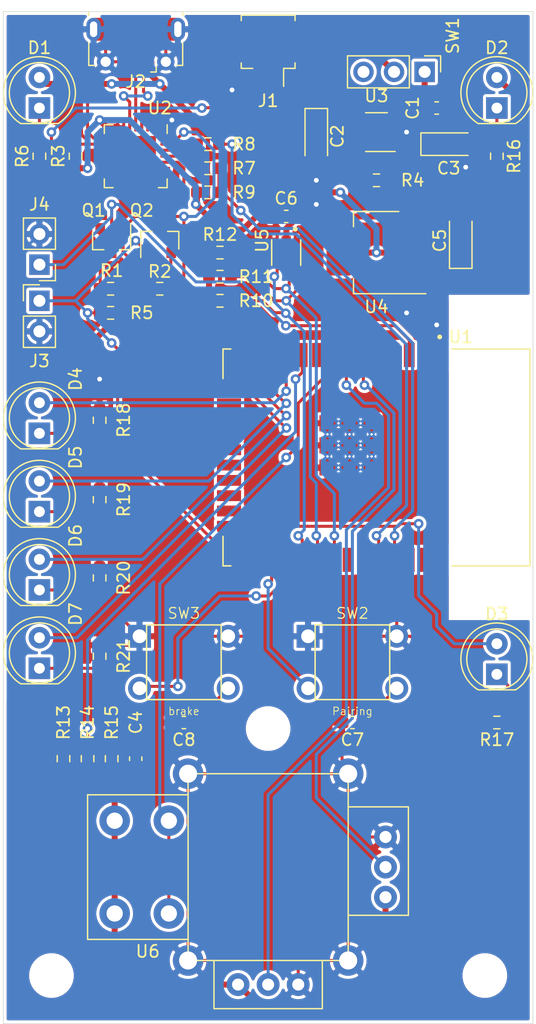
<source format=kicad_pcb>
(kicad_pcb (version 20171130) (host pcbnew "(5.1.10)-1")
  (layers (0 F.Cu signal) (31 B.Cu signal) (34 B.Paste user) (35 F.Paste user) (36 B.SilkS user) (37 F.SilkS user) (38 B.Mask user) (39 F.Mask user) (44 Edge.Cuts user))
  (net 0 "")
  (net 1 +BATT)
  (net 2 Earth)
  (net 3 +5V)
  (net 4 "Net-(C4-Pad1)")
  (net 5 +3V3)
  (net 6 "Net-(C7-Pad1)")
  (net 7 "Net-(C8-Pad1)")
  (net 8 "Net-(D1-Pad1)")
  (net 9 "Net-(D2-Pad1)")
  (net 10 GPIO2)
  (net 11 "Net-(D3-Pad1)")
  (net 12 GPIO26)
  (net 13 "Net-(D4-Pad1)")
  (net 14 GPIO27)
  (net 15 "Net-(D5-Pad1)")
  (net 16 GPIO14)
  (net 17 "Net-(D6-Pad1)")
  (net 18 GPIO12)
  (net 19 "Net-(D7-Pad1)")
  (net 20 "Net-(J2-Pad3)")
  (net 21 "Net-(J2-Pad4)")
  (net 22 "Net-(J2-Pad2)")
  (net 23 GPIO0)
  (net 24 EN)
  (net 25 "Net-(Q1-Pad2)")
  (net 26 RTS)
  (net 27 DTR)
  (net 28 "Net-(Q2-Pad2)")
  (net 29 "Net-(R3-Pad2)")
  (net 30 "Net-(R4-Pad1)")
  (net 31 "Net-(R6-Pad1)")
  (net 32 "Net-(R7-Pad2)")
  (net 33 TX0)
  (net 34 "Net-(R8-Pad2)")
  (net 35 RX0)
  (net 36 GPIO5)
  (net 37 GPIO18)
  (net 38 GPIO19)
  (net 39 "Net-(R13-Pad1)")
  (net 40 GPIO25)
  (net 41 GPIO33)
  (net 42 GPIO23)
  (net 43 GPIO22)
  (net 44 GPIO21)
  (net 45 GPIO17)
  (net 46 GPIO16)
  (net 47 GPIO4)
  (net 48 GPIO15)
  (net 49 SDI)
  (net 50 SDO)
  (net 51 SCK)
  (net 52 SCS)
  (net 53 SWP)
  (net 54 SHD)
  (net 55 GPIO13)
  (net 56 GPIO32)
  (net 57 GPIO35)
  (net 58 GPIO34)
  (net 59 VN)
  (net 60 VP)
  (net 61 "Net-(U2-Pad27)")
  (net 62 "Net-(U2-Pad23)")
  (net 63 "Net-(U2-Pad22)")
  (net 64 "Net-(U2-Pad21)")
  (net 65 "Net-(U2-Pad20)")
  (net 66 "Net-(U2-Pad19)")
  (net 67 "Net-(U2-Pad18)")
  (net 68 "Net-(U2-Pad17)")
  (net 69 "Net-(U2-Pad16)")
  (net 70 "Net-(U2-Pad15)")
  (net 71 "Net-(U2-Pad14)")
  (net 72 "Net-(U2-Pad13)")
  (net 73 "Net-(U2-Pad12)")
  (net 74 "Net-(U2-Pad11)")
  (net 75 "Net-(U2-Pad10)")
  (net 76 "Net-(U2-Pad2)")
  (net 77 "Net-(U2-Pad1)")
  (net 78 "Net-(SW1-Pad3)")
  (net 79 "Net-(J1-Pad1)")
  (module ESP32-WROOM-32D:MODULE_ESP32-WROOM-32D (layer F.Cu) (at 31 37 270)
    (fp_text reference U1 (at -10 -7 180) (layer F.SilkS))
    (fp_text value ESP32-WROOM-32D)
    (pad 39_21 thru_hole circle (at -0.0825 4.075 270) (size 0.3 0.3) (drill 0.2) (layers *.Cu *.Mask) (net 2 Earth))
    (pad 39_20 thru_hole circle (at -1.9175 4.075 270) (size 0.3 0.3) (drill 0.2) (layers *.Cu *.Mask) (net 2 Earth))
    (pad 39_19 thru_hole circle (at 0.835 3.1575 270) (size 0.3 0.3) (drill 0.2) (layers *.Cu *.Mask) (net 2 Earth))
    (pad 39_18 thru_hole circle (at -1 3.1575 270) (size 0.3 0.3) (drill 0.2) (layers *.Cu *.Mask) (net 2 Earth))
    (pad 39_17 thru_hole circle (at -2.835 3.1575 270) (size 0.3 0.3) (drill 0.2) (layers *.Cu *.Mask) (net 2 Earth))
    (pad 39_16 thru_hole circle (at -0.0825 2.24 270) (size 0.3 0.3) (drill 0.2) (layers *.Cu *.Mask) (net 2 Earth))
    (pad 39_15 thru_hole circle (at -1.9175 2.24 270) (size 0.3 0.3) (drill 0.2) (layers *.Cu *.Mask) (net 2 Earth))
    (pad 39_14 thru_hole circle (at 0.835 1.3225 270) (size 0.3 0.3) (drill 0.2) (layers *.Cu *.Mask) (net 2 Earth))
    (pad 39_13 thru_hole circle (at -1 1.3225 270) (size 0.3 0.3) (drill 0.2) (layers *.Cu *.Mask) (net 2 Earth))
    (pad 39_12 thru_hole circle (at -2.835 1.3225 270) (size 0.3 0.3) (drill 0.2) (layers *.Cu *.Mask) (net 2 Earth))
    (pad 39_11 thru_hole circle (at -0.0825 0.405 270) (size 0.3 0.3) (drill 0.2) (layers *.Cu *.Mask) (net 2 Earth))
    (pad 39_10 thru_hole circle (at -1.9175 0.405 270) (size 0.3 0.3) (drill 0.2) (layers *.Cu *.Mask) (net 2 Earth))
    (pad 39_9 smd rect (at 0.835 4.075 270) (size 1.33 1.33) (layers F.Cu F.Paste F.Mask) (net 2 Earth))
    (pad 39_8 smd rect (at -1 4.075 270) (size 1.33 1.33) (layers F.Cu F.Paste F.Mask) (net 2 Earth))
    (pad 39_7 smd rect (at -2.835 4.075 270) (size 1.33 1.33) (layers F.Cu F.Paste F.Mask) (net 2 Earth))
    (pad 39_6 smd rect (at 0.835 2.24 270) (size 1.33 1.33) (layers F.Cu F.Paste F.Mask) (net 2 Earth))
    (pad 39_5 smd rect (at -1 2.24 270) (size 1.33 1.33) (layers F.Cu F.Paste F.Mask) (net 2 Earth))
    (pad 39_4 smd rect (at -2.835 2.24 270) (size 1.33 1.33) (layers F.Cu F.Paste F.Mask) (net 2 Earth))
    (pad 39_3 smd rect (at 0.835 0.405 270) (size 1.33 1.33) (layers F.Cu F.Paste F.Mask) (net 2 Earth))
    (pad 39_2 smd rect (at -1 0.405 270) (size 1.33 1.33) (layers F.Cu F.Paste F.Mask) (net 2 Earth))
    (pad 39_1 smd rect (at -2.835 0.405 270) (size 1.33 1.33) (layers F.Cu F.Paste F.Mask) (net 2 Earth))
    (pad 38 smd rect (at 8.5 -5.26 270) (size 2 0.9) (layers F.Cu F.Paste F.Mask) (net 2 Earth))
    (pad 37 smd rect (at 8.5 -3.99 270) (size 2 0.9) (layers F.Cu F.Paste F.Mask) (net 42 GPIO23))
    (pad 36 smd rect (at 8.5 -2.72 270) (size 2 0.9) (layers F.Cu F.Paste F.Mask) (net 43 GPIO22))
    (pad 35 smd rect (at 8.5 -1.45 270) (size 2 0.9) (layers F.Cu F.Paste F.Mask) (net 33 TX0))
    (pad 34 smd rect (at 8.5 -0.18 270) (size 2 0.9) (layers F.Cu F.Paste F.Mask) (net 35 RX0))
    (pad 33 smd rect (at 8.5 1.09 270) (size 2 0.9) (layers F.Cu F.Paste F.Mask) (net 44 GPIO21))
    (pad 32 smd rect (at 8.5 2.36 270) (size 2 0.9) (layers F.Cu F.Paste F.Mask))
    (pad 31 smd rect (at 8.5 3.63 270) (size 2 0.9) (layers F.Cu F.Paste F.Mask) (net 38 GPIO19))
    (pad 30 smd rect (at 8.5 4.9 270) (size 2 0.9) (layers F.Cu F.Paste F.Mask) (net 37 GPIO18))
    (pad 29 smd rect (at 8.5 6.17 270) (size 2 0.9) (layers F.Cu F.Paste F.Mask) (net 36 GPIO5))
    (pad 28 smd rect (at 8.5 7.44 270) (size 2 0.9) (layers F.Cu F.Paste F.Mask) (net 45 GPIO17))
    (pad 27 smd rect (at 8.5 8.71 270) (size 2 0.9) (layers F.Cu F.Paste F.Mask) (net 46 GPIO16))
    (pad 26 smd rect (at 8.5 9.98 270) (size 2 0.9) (layers F.Cu F.Paste F.Mask) (net 47 GPIO4))
    (pad 25 smd rect (at 8.5 11.25 270) (size 2 0.9) (layers F.Cu F.Paste F.Mask) (net 23 GPIO0))
    (pad 24 smd rect (at 5.715 12.25 270) (size 0.9 2) (layers F.Cu F.Paste F.Mask) (net 10 GPIO2))
    (pad 23 smd rect (at 4.445 12.25 270) (size 0.9 2) (layers F.Cu F.Paste F.Mask) (net 48 GPIO15))
    (pad 22 smd rect (at 3.175 12.25 270) (size 0.9 2) (layers F.Cu F.Paste F.Mask) (net 49 SDI))
    (pad 21 smd rect (at 1.905 12.25 270) (size 0.9 2) (layers F.Cu F.Paste F.Mask) (net 50 SDO))
    (pad 20 smd rect (at 0.635 12.25 270) (size 0.9 2) (layers F.Cu F.Paste F.Mask) (net 51 SCK))
    (pad 19 smd rect (at -0.635 12.25 270) (size 0.9 2) (layers F.Cu F.Paste F.Mask) (net 52 SCS))
    (pad 18 smd rect (at -1.905 12.25 270) (size 0.9 2) (layers F.Cu F.Paste F.Mask) (net 53 SWP))
    (pad 17 smd rect (at -3.175 12.25 270) (size 0.9 2) (layers F.Cu F.Paste F.Mask) (net 54 SHD))
    (pad 16 smd rect (at -4.445 12.25 270) (size 0.9 2) (layers F.Cu F.Paste F.Mask) (net 55 GPIO13))
    (pad 15 smd rect (at -5.715 12.25 270) (size 0.9 2) (layers F.Cu F.Paste F.Mask) (net 2 Earth))
    (pad 14 smd rect (at -8.5 11.25 270) (size 2 0.9) (layers F.Cu F.Paste F.Mask) (net 18 GPIO12))
    (pad 13 smd rect (at -8.5 9.98 270) (size 2 0.9) (layers F.Cu F.Paste F.Mask) (net 16 GPIO14))
    (pad 12 smd rect (at -8.5 8.71 270) (size 2 0.9) (layers F.Cu F.Paste F.Mask) (net 14 GPIO27))
    (pad 11 smd rect (at -8.5 7.44 270) (size 2 0.9) (layers F.Cu F.Paste F.Mask) (net 12 GPIO26))
    (pad 10 smd rect (at -8.5 6.17 270) (size 2 0.9) (layers F.Cu F.Paste F.Mask) (net 40 GPIO25))
    (pad 9 smd rect (at -8.5 4.9 270) (size 2 0.9) (layers F.Cu F.Paste F.Mask) (net 41 GPIO33))
    (pad 8 smd rect (at -8.5 3.63 270) (size 2 0.9) (layers F.Cu F.Paste F.Mask) (net 56 GPIO32))
    (pad 7 smd rect (at -8.5 2.36 270) (size 2 0.9) (layers F.Cu F.Paste F.Mask) (net 57 GPIO35))
    (pad 6 smd rect (at -8.5 1.09 270) (size 2 0.9) (layers F.Cu F.Paste F.Mask) (net 58 GPIO34))
    (pad 5 smd rect (at -8.5 -0.18 270) (size 2 0.9) (layers F.Cu F.Paste F.Mask) (net 59 VN))
    (pad 4 smd rect (at -8.5 -1.45 270) (size 2 0.9) (layers F.Cu F.Paste F.Mask) (net 60 VP))
    (pad 3 smd rect (at -8.5 -2.72 270) (size 2 0.9) (layers F.Cu F.Paste F.Mask) (net 24 EN))
    (pad 2 smd rect (at -8.5 -3.99 270) (size 2 0.9) (layers F.Cu F.Paste F.Mask) (net 5 +3V3))
    (pad 1 smd rect (at -8.5 -5.26 270) (size 2 0.9) (layers F.Cu F.Paste F.Mask) (net 2 Earth))
  )
  (module MountingHole:MountingHole_3.2mm_M3 (layer F.Cu) (at 22 59.5)
    (fp_text reference REF** hide)
    (fp_text value MountingHole_3.2mm_M3)
    (pad 1 np_thru_hole circle (at 0 0) (size 3.2 3.2) (drill 3.2) (layers *.Cu *.Mask))
  )
  (module MountingHole:MountingHole_3.2mm_M3 (layer F.Cu) (at 4 80)
    (fp_text reference REF** hide)
    (fp_text value MountingHole_3.2mm_M3)
    (pad 1 np_thru_hole circle (at 0 0) (size 3.2 3.2) (drill 3.2) (layers *.Cu *.Mask))
  )
  (module MountingHole:MountingHole_3.2mm_M3 (layer F.Cu) (at 40 80)
    (fp_text reference REF** hide)
    (fp_text value MountingHole_3.2mm_M3)
    (pad 1 np_thru_hole circle (at 0 0) (size 3.2 3.2) (drill 3.2) (layers *.Cu *.Mask))
  )
  (module Connector_PinHeader_2.54mm:PinHeader_1x03_P2.54mm_Vertical (layer F.Cu) (at 35 5 270)
    (fp_text reference SW1 (at -3 -2.33 90) (layer F.SilkS))
    (fp_text value "Power On/Off")
    (pad 3 thru_hole oval (at 0 5.08 270) (size 1.7 1.7) (drill 1) (layers *.Cu *.Mask) (net 78 "Net-(SW1-Pad3)"))
    (pad 2 thru_hole oval (at 0 2.54 270) (size 1.7 1.7) (drill 1) (layers *.Cu *.Mask) (net 79 "Net-(J1-Pad1)"))
    (pad 1 thru_hole rect (at 0 0 270) (size 1.7 1.7) (drill 1) (layers *.Cu *.Mask) (net 1 +BATT))
  )
  (module EPK389MK:EPX389MK (layer F.Cu) (at 22 71)
    (fp_text reference U6 (at -10 7) (layer F.SilkS))
    (fp_text value Joystick)
    (pad 1 thru_hole circle (at 6.65 -7.75) (size 2.54 2.54) (drill 1.5) (layers *.Cu *.Mask) (net 2 Earth))
    (pad 1 thru_hole circle (at -6.65 -7.75) (size 2.54 2.54) (drill 1.5) (layers *.Cu *.Mask) (net 2 Earth))
    (pad 1 thru_hole circle (at -6.65 7.75) (size 2.54 2.54) (drill 1.5) (layers *.Cu *.Mask) (net 2 Earth))
    (pad 1 thru_hole circle (at 6.65 7.75) (size 2.54 2.54) (drill 1.5) (layers *.Cu *.Mask) (net 2 Earth))
    (pad 5 thru_hole circle (at -8.25 -3.85) (size 2.54 2.54) (drill 1.35) (layers *.Cu *.Mask) (net 56 GPIO32))
    (pad 2 thru_hole circle (at -12.75 -3.85) (size 2.54 2.54) (drill 1.35) (layers *.Cu *.Mask) (net 4 "Net-(C4-Pad1)"))
    (pad 2 thru_hole circle (at -12.75 3.85) (size 2.54 2.54) (drill 1.35) (layers *.Cu *.Mask) (net 4 "Net-(C4-Pad1)"))
    (pad 5 thru_hole circle (at -8.25 3.85) (size 2.54 2.54) (drill 1.35) (layers *.Cu *.Mask) (net 56 GPIO32))
    (pad 1 thru_hole circle (at 9.75 -2.5) (size 1.905 1.905) (drill 1) (layers *.Cu *.Mask) (net 2 Earth))
    (pad 3 thru_hole circle (at 9.75 0) (size 1.905 1.905) (drill 1) (layers *.Cu *.Mask) (net 58 GPIO34))
    (pad 2 thru_hole circle (at 9.75 2.5) (size 1.905 1.905) (drill 1) (layers *.Cu *.Mask) (net 4 "Net-(C4-Pad1)"))
    (pad 2 thru_hole circle (at -2.5 9.75) (size 1.905 1.905) (drill 1) (layers *.Cu *.Mask) (net 4 "Net-(C4-Pad1)"))
    (pad 4 thru_hole circle (at 0 9.75) (size 1.905 1.905) (drill 1) (layers *.Cu *.Mask) (net 57 GPIO35))
    (pad 1 thru_hole circle (at 2.5 9.75) (size 1.905 1.905) (drill 1) (layers *.Cu *.Mask) (net 2 Earth))
  )
  (module MAX17048G_T10:MAX17048G_T10 (layer F.Cu) (at 23.5 20 270)
    (fp_text reference U5 (at -1 2 270) (layer F.SilkS))
    (fp_text value MAX17048G+T10)
    (pad 9 smd rect (at 0 0 270) (size 0.9 1.3) (layers F.Cu F.Mask) (net 2 Earth))
    (pad 8 smd rect (at 0.985 -0.75 270) (size 0.76 0.27) (layers F.Cu F.Paste F.Mask) (net 37 GPIO18))
    (pad 7 smd rect (at 0.985 -0.25 270) (size 0.76 0.27) (layers F.Cu F.Paste F.Mask) (net 38 GPIO19))
    (pad 6 smd rect (at 0.985 0.25 270) (size 0.76 0.27) (layers F.Cu F.Paste F.Mask) (net 2 Earth))
    (pad 5 smd rect (at 0.985 0.75 270) (size 0.76 0.27) (layers F.Cu F.Paste F.Mask) (net 36 GPIO5))
    (pad 4 smd rect (at -0.985 0.75 270) (size 0.76 0.27) (layers F.Cu F.Paste F.Mask) (net 2 Earth))
    (pad 3 smd rect (at -0.985 0.25 270) (size 0.76 0.27) (layers F.Cu F.Paste F.Mask) (net 1 +BATT))
    (pad 2 smd rect (at -0.985 -0.25 270) (size 0.76 0.27) (layers F.Cu F.Paste F.Mask) (net 1 +BATT))
    (pad 1 smd rect (at -0.985 -0.75 270) (size 0.76 0.27) (layers F.Cu F.Paste F.Mask) (net 2 Earth))
  )
  (module Package_TO_SOT_SMD:SOT-223-3_TabPin2 (layer F.Cu) (at 31 20 180)
    (fp_text reference U4 (at 0 -4.5) (layer F.SilkS))
    (fp_text value ZLDO1117QG33TA_SOT223)
    (pad 1 smd rect (at -3.15 -2.3 180) (size 2 1.5) (layers F.Cu F.Paste F.Mask) (net 2 Earth))
    (pad 3 smd rect (at -3.15 2.3 180) (size 2 1.5) (layers F.Cu F.Paste F.Mask) (net 1 +BATT))
    (pad 2 smd rect (at -3.15 0 180) (size 2 1.5) (layers F.Cu F.Paste F.Mask) (net 5 +3V3))
    (pad 2 smd rect (at 3.15 0 180) (size 2 3.8) (layers F.Cu F.Paste F.Mask) (net 5 +3V3))
  )
  (module Package_TO_SOT_SMD:SOT-23-5 (layer F.Cu) (at 31 10 180)
    (fp_text reference U3 (at 0 3 180) (layer F.SilkS))
    (fp_text value MCP73831-2-OT)
    (pad 5 smd rect (at 1.1 -0.95 180) (size 1.06 0.65) (layers F.Cu F.Paste F.Mask) (net 30 "Net-(R4-Pad1)"))
    (pad 4 smd rect (at 1.1 0.95 180) (size 1.06 0.65) (layers F.Cu F.Paste F.Mask) (net 3 +5V))
    (pad 3 smd rect (at -1.1 0.95 180) (size 1.06 0.65) (layers F.Cu F.Paste F.Mask) (net 1 +BATT))
    (pad 2 smd rect (at -1.1 0 180) (size 1.06 0.65) (layers F.Cu F.Paste F.Mask) (net 2 Earth))
    (pad 1 smd rect (at -1.1 -0.95 180) (size 1.06 0.65) (layers F.Cu F.Paste F.Mask) (net 31 "Net-(R6-Pad1)"))
  )
  (module Package_DFN_QFN:QFN-28-1EP_5x5mm_P0.5mm_EP3.35x3.35mm (layer F.Cu) (at 11 12 270)
    (fp_text reference U2 (at -4 -2) (layer F.SilkS))
    (fp_text value CP2102N-A01-GQFN28)
    (pad 29 smd rect (at 0 0 270) (size 3.35 3.35) (layers F.Cu F.Mask) (net 2 Earth))
    (pad 28 smd roundrect (at -1.5 -2.45 270) (size 0.25 0.8) (layers F.Cu F.Paste F.Mask) (net 27 DTR))
    (pad 27 smd roundrect (at -1 -2.45 270) (size 0.25 0.8) (layers F.Cu F.Paste F.Mask) (net 61 "Net-(U2-Pad27)"))
    (pad 26 smd roundrect (at -0.5 -2.45 270) (size 0.25 0.8) (layers F.Cu F.Paste F.Mask) (net 34 "Net-(R8-Pad2)"))
    (pad 25 smd roundrect (at 0 -2.45 270) (size 0.25 0.8) (layers F.Cu F.Paste F.Mask) (net 32 "Net-(R7-Pad2)"))
    (pad 24 smd roundrect (at 0.5 -2.45 270) (size 0.25 0.8) (layers F.Cu F.Paste F.Mask) (net 26 RTS))
    (pad 23 smd roundrect (at 1 -2.45 270) (size 0.25 0.8) (layers F.Cu F.Paste F.Mask) (net 62 "Net-(U2-Pad23)"))
    (pad 22 smd roundrect (at 1.5 -2.45 270) (size 0.25 0.8) (layers F.Cu F.Paste F.Mask) (net 63 "Net-(U2-Pad22)"))
    (pad 21 smd roundrect (at 2.45 -1.5 270) (size 0.8 0.25) (layers F.Cu F.Paste F.Mask) (net 64 "Net-(U2-Pad21)"))
    (pad 20 smd roundrect (at 2.45 -1 270) (size 0.8 0.25) (layers F.Cu F.Paste F.Mask) (net 65 "Net-(U2-Pad20)"))
    (pad 19 smd roundrect (at 2.45 -0.5 270) (size 0.8 0.25) (layers F.Cu F.Paste F.Mask) (net 66 "Net-(U2-Pad19)"))
    (pad 18 smd roundrect (at 2.45 0 270) (size 0.8 0.25) (layers F.Cu F.Paste F.Mask) (net 67 "Net-(U2-Pad18)"))
    (pad 17 smd roundrect (at 2.45 0.5 270) (size 0.8 0.25) (layers F.Cu F.Paste F.Mask) (net 68 "Net-(U2-Pad17)"))
    (pad 16 smd roundrect (at 2.45 1 270) (size 0.8 0.25) (layers F.Cu F.Paste F.Mask) (net 69 "Net-(U2-Pad16)"))
    (pad 15 smd roundrect (at 2.45 1.5 270) (size 0.8 0.25) (layers F.Cu F.Paste F.Mask) (net 70 "Net-(U2-Pad15)"))
    (pad 14 smd roundrect (at 1.5 2.45 270) (size 0.25 0.8) (layers F.Cu F.Paste F.Mask) (net 71 "Net-(U2-Pad14)"))
    (pad 13 smd roundrect (at 1 2.45 270) (size 0.25 0.8) (layers F.Cu F.Paste F.Mask) (net 72 "Net-(U2-Pad13)"))
    (pad 12 smd roundrect (at 0.5 2.45 270) (size 0.25 0.8) (layers F.Cu F.Paste F.Mask) (net 73 "Net-(U2-Pad12)"))
    (pad 11 smd roundrect (at 0 2.45 270) (size 0.25 0.8) (layers F.Cu F.Paste F.Mask) (net 74 "Net-(U2-Pad11)"))
    (pad 10 smd roundrect (at -0.5 2.45 270) (size 0.25 0.8) (layers F.Cu F.Paste F.Mask) (net 75 "Net-(U2-Pad10)"))
    (pad 9 smd roundrect (at -1 2.45 270) (size 0.25 0.8) (layers F.Cu F.Paste F.Mask) (net 29 "Net-(R3-Pad2)"))
    (pad 8 smd roundrect (at -1.5 2.45 270) (size 0.25 0.8) (layers F.Cu F.Paste F.Mask) (net 3 +5V))
    (pad 7 smd roundrect (at -2.45 1.5 270) (size 0.8 0.25) (layers F.Cu F.Paste F.Mask) (net 5 +3V3))
    (pad 6 smd roundrect (at -2.45 1 270) (size 0.8 0.25) (layers F.Cu F.Paste F.Mask) (net 5 +3V3))
    (pad 5 smd roundrect (at -2.45 0.5 270) (size 0.8 0.25) (layers F.Cu F.Paste F.Mask) (net 22 "Net-(J2-Pad2)"))
    (pad 4 smd roundrect (at -2.45 0 270) (size 0.8 0.25) (layers F.Cu F.Paste F.Mask) (net 20 "Net-(J2-Pad3)"))
    (pad 3 smd roundrect (at -2.45 -0.5 270) (size 0.8 0.25) (layers F.Cu F.Paste F.Mask) (net 2 Earth))
    (pad 2 smd roundrect (at -2.45 -1 270) (size 0.8 0.25) (layers F.Cu F.Paste F.Mask) (net 76 "Net-(U2-Pad2)"))
    (pad 1 smd roundrect (at -2.45 -1.5 270) (size 0.8 0.25) (layers F.Cu F.Paste F.Mask) (net 77 "Net-(U2-Pad1)"))
  )
  (module OPL_Switch:SW4-6.0X6.0X5.0MM (layer F.Cu) (at 15 54)
    (fp_text reference SW3 (at 0 -4.064) (layer F.SilkS) (effects (font (size 0.889 0.889) (thickness 0.1016))))
    (fp_text value brake (at 0 4.064) (layer F.SilkS) (effects (font (size 0.635 0.635) (thickness 0.0762))))
    (pad 1 thru_hole rect (at -3.683 -2.159) (size 1.905 1.905) (drill 1.143) (layers *.Cu *.Mask) (net 2 Earth))
    (pad 2 thru_hole circle (at -3.683 2.159) (size 1.905 1.905) (drill 1.143) (layers *.Cu *.Mask) (net 45 GPIO17))
    (pad 3 thru_hole circle (at 3.683 2.159) (size 1.905 1.905) (drill 1.143) (layers *.Cu *.Mask) (net 7 "Net-(C8-Pad1)"))
    (pad 4 thru_hole circle (at 3.683 -2.159) (size 1.905 1.905) (drill 1.143) (layers *.Cu *.Mask) (net 2 Earth))
  )
  (module OPL_Switch:SW4-6.0X6.0X5.0MM (layer F.Cu) (at 29 54)
    (fp_text reference SW2 (at 0 -4.064) (layer F.SilkS) (effects (font (size 0.889 0.889) (thickness 0.1016))))
    (fp_text value Pairing (at 0 4.064) (layer F.SilkS) (effects (font (size 0.635 0.635) (thickness 0.0762))))
    (pad 1 thru_hole rect (at -3.683 -2.159) (size 1.905 1.905) (drill 1.143) (layers *.Cu *.Mask) (net 2 Earth))
    (pad 2 thru_hole circle (at -3.683 2.159) (size 1.905 1.905) (drill 1.143) (layers *.Cu *.Mask) (net 46 GPIO16))
    (pad 3 thru_hole circle (at 3.683 2.159) (size 1.905 1.905) (drill 1.143) (layers *.Cu *.Mask) (net 6 "Net-(C7-Pad1)"))
    (pad 4 thru_hole circle (at 3.683 -2.159) (size 1.905 1.905) (drill 1.143) (layers *.Cu *.Mask) (net 2 Earth))
  )
  (module Resistor_SMD:R_0603_1608Metric_Pad0.98x0.95mm_HandSolder (layer F.Cu) (at 8 53.5 90)
    (fp_text reference R21 (at 0 2 90) (layer F.SilkS))
    (fp_text value 470)
    (pad 2 smd roundrect (at 0.9125 0 90) (size 0.975 0.95) (layers F.Cu F.Paste F.Mask) (net 2 Earth))
    (pad 1 smd roundrect (at -0.9125 0 90) (size 0.975 0.95) (layers F.Cu F.Paste F.Mask) (net 19 "Net-(D7-Pad1)"))
  )
  (module Resistor_SMD:R_0603_1608Metric_Pad0.98x0.95mm_HandSolder (layer F.Cu) (at 8 47 90)
    (fp_text reference R20 (at 0 2 90) (layer F.SilkS))
    (fp_text value 470)
    (pad 2 smd roundrect (at 0.9125 0 90) (size 0.975 0.95) (layers F.Cu F.Paste F.Mask) (net 2 Earth))
    (pad 1 smd roundrect (at -0.9125 0 90) (size 0.975 0.95) (layers F.Cu F.Paste F.Mask) (net 17 "Net-(D6-Pad1)"))
  )
  (module Resistor_SMD:R_0603_1608Metric_Pad0.98x0.95mm_HandSolder (layer F.Cu) (at 8 40.5 90)
    (fp_text reference R19 (at 0 2 90) (layer F.SilkS))
    (fp_text value 470)
    (pad 2 smd roundrect (at 0.9125 0 90) (size 0.975 0.95) (layers F.Cu F.Paste F.Mask) (net 2 Earth))
    (pad 1 smd roundrect (at -0.9125 0 90) (size 0.975 0.95) (layers F.Cu F.Paste F.Mask) (net 15 "Net-(D5-Pad1)"))
  )
  (module Resistor_SMD:R_0603_1608Metric_Pad0.98x0.95mm_HandSolder (layer F.Cu) (at 8 33.9125 90)
    (fp_text reference R18 (at 0 2 90) (layer F.SilkS))
    (fp_text value 470)
    (pad 2 smd roundrect (at 0.9125 0 90) (size 0.975 0.95) (layers F.Cu F.Paste F.Mask) (net 2 Earth))
    (pad 1 smd roundrect (at -0.9125 0 90) (size 0.975 0.95) (layers F.Cu F.Paste F.Mask) (net 13 "Net-(D4-Pad1)"))
  )
  (module Resistor_SMD:R_0603_1608Metric_Pad0.98x0.95mm_HandSolder (layer F.Cu) (at 41 59 180)
    (fp_text reference R17 (at 0 -1.43) (layer F.SilkS))
    (fp_text value 470)
    (pad 2 smd roundrect (at 0.9125 0 180) (size 0.975 0.95) (layers F.Cu F.Paste F.Mask) (net 2 Earth))
    (pad 1 smd roundrect (at -0.9125 0 180) (size 0.975 0.95) (layers F.Cu F.Paste F.Mask) (net 11 "Net-(D3-Pad1)"))
  )
  (module Resistor_SMD:R_0603_1608Metric_Pad0.98x0.95mm_HandSolder (layer F.Cu) (at 41 12 270)
    (fp_text reference R16 (at 0 -1.43 90) (layer F.SilkS))
    (fp_text value 470)
    (pad 2 smd roundrect (at 0.9125 0 270) (size 0.975 0.95) (layers F.Cu F.Paste F.Mask) (net 2 Earth))
    (pad 1 smd roundrect (at -0.9125 0 270) (size 0.975 0.95) (layers F.Cu F.Paste F.Mask) (net 9 "Net-(D2-Pad1)"))
  )
  (module Resistor_SMD:R_0603_1608Metric_Pad0.98x0.95mm_HandSolder (layer F.Cu) (at 9 62 90)
    (fp_text reference R15 (at 3 0 90) (layer F.SilkS))
    (fp_text value 100)
    (pad 2 smd roundrect (at 0.9125 0 90) (size 0.975 0.95) (layers F.Cu F.Paste F.Mask) (net 39 "Net-(R13-Pad1)"))
    (pad 1 smd roundrect (at -0.9125 0 90) (size 0.975 0.95) (layers F.Cu F.Paste F.Mask) (net 4 "Net-(C4-Pad1)"))
  )
  (module Resistor_SMD:R_0603_1608Metric_Pad0.98x0.95mm_HandSolder (layer F.Cu) (at 7 62 270)
    (fp_text reference R14 (at -3 0 90) (layer F.SilkS))
    (fp_text value NC)
    (pad 2 smd roundrect (at 0.9125 0 270) (size 0.975 0.95) (layers F.Cu F.Paste F.Mask) (net 39 "Net-(R13-Pad1)"))
    (pad 1 smd roundrect (at -0.9125 0 270) (size 0.975 0.95) (layers F.Cu F.Paste F.Mask) (net 40 GPIO25))
  )
  (module Resistor_SMD:R_0603_1608Metric_Pad0.98x0.95mm_HandSolder (layer F.Cu) (at 5 62 90)
    (fp_text reference R13 (at 3 0 90) (layer F.SilkS))
    (fp_text value 0)
    (pad 2 smd roundrect (at 0.9125 0 90) (size 0.975 0.95) (layers F.Cu F.Paste F.Mask) (net 5 +3V3))
    (pad 1 smd roundrect (at -0.9125 0 90) (size 0.975 0.95) (layers F.Cu F.Paste F.Mask) (net 39 "Net-(R13-Pad1)"))
  )
  (module Resistor_SMD:R_0603_1608Metric_Pad0.98x0.95mm_HandSolder (layer F.Cu) (at 18 20 180)
    (fp_text reference R12 (at 0 1.5) (layer F.SilkS))
    (fp_text value 10k)
    (pad 2 smd roundrect (at 0.9125 0 180) (size 0.975 0.95) (layers F.Cu F.Paste F.Mask) (net 5 +3V3))
    (pad 1 smd roundrect (at -0.9125 0 180) (size 0.975 0.95) (layers F.Cu F.Paste F.Mask) (net 38 GPIO19))
  )
  (module Resistor_SMD:R_0603_1608Metric_Pad0.98x0.95mm_HandSolder (layer F.Cu) (at 18 22 180)
    (fp_text reference R11 (at -3 0) (layer F.SilkS))
    (fp_text value 10k)
    (pad 2 smd roundrect (at 0.9125 0 180) (size 0.975 0.95) (layers F.Cu F.Paste F.Mask) (net 5 +3V3))
    (pad 1 smd roundrect (at -0.9125 0 180) (size 0.975 0.95) (layers F.Cu F.Paste F.Mask) (net 37 GPIO18))
  )
  (module Resistor_SMD:R_0603_1608Metric_Pad0.98x0.95mm_HandSolder (layer F.Cu) (at 18 24 180)
    (fp_text reference R10 (at -3 0) (layer F.SilkS))
    (fp_text value 10k)
    (pad 2 smd roundrect (at 0.9125 0 180) (size 0.975 0.95) (layers F.Cu F.Paste F.Mask) (net 5 +3V3))
    (pad 1 smd roundrect (at -0.9125 0 180) (size 0.975 0.95) (layers F.Cu F.Paste F.Mask) (net 36 GPIO5))
  )
  (module Resistor_SMD:R_0603_1608Metric_Pad0.98x0.95mm_HandSolder (layer F.Cu) (at 17 15 180)
    (fp_text reference R9 (at -3 0) (layer F.SilkS))
    (fp_text value 10k)
    (pad 2 smd roundrect (at 0.9125 0 180) (size 0.975 0.95) (layers F.Cu F.Paste F.Mask) (net 5 +3V3))
    (pad 1 smd roundrect (at -0.9125 0 180) (size 0.975 0.95) (layers F.Cu F.Paste F.Mask) (net 33 TX0))
  )
  (module Resistor_SMD:R_0603_1608Metric_Pad0.98x0.95mm_HandSolder (layer F.Cu) (at 17 11 180)
    (fp_text reference R8 (at -3 0) (layer F.SilkS))
    (fp_text value 1k)
    (pad 2 smd roundrect (at 0.9125 0 180) (size 0.975 0.95) (layers F.Cu F.Paste F.Mask) (net 34 "Net-(R8-Pad2)"))
    (pad 1 smd roundrect (at -0.9125 0 180) (size 0.975 0.95) (layers F.Cu F.Paste F.Mask) (net 35 RX0))
  )
  (module Resistor_SMD:R_0603_1608Metric_Pad0.98x0.95mm_HandSolder (layer F.Cu) (at 17 13 180)
    (fp_text reference R7 (at -3 0) (layer F.SilkS))
    (fp_text value 1k)
    (pad 2 smd roundrect (at 0.9125 0 180) (size 0.975 0.95) (layers F.Cu F.Paste F.Mask) (net 32 "Net-(R7-Pad2)"))
    (pad 1 smd roundrect (at -0.9125 0 180) (size 0.975 0.95) (layers F.Cu F.Paste F.Mask) (net 33 TX0))
  )
  (module Resistor_SMD:R_0603_1608Metric_Pad0.98x0.95mm_HandSolder (layer F.Cu) (at 3 12 90)
    (fp_text reference R6 (at 0 -1.43 90) (layer F.SilkS))
    (fp_text value 470)
    (pad 2 smd roundrect (at 0.9125 0 90) (size 0.975 0.95) (layers F.Cu F.Paste F.Mask) (net 8 "Net-(D1-Pad1)"))
    (pad 1 smd roundrect (at -0.9125 0 90) (size 0.975 0.95) (layers F.Cu F.Paste F.Mask) (net 31 "Net-(R6-Pad1)"))
  )
  (module Resistor_SMD:R_0603_1608Metric_Pad0.98x0.95mm_HandSolder (layer F.Cu) (at 8.9125 25)
    (fp_text reference R5 (at 2.5875 0) (layer F.SilkS))
    (fp_text value 1k)
    (pad 2 smd roundrect (at 0.9125 0) (size 0.975 0.95) (layers F.Cu F.Paste F.Mask) (net 5 +3V3))
    (pad 1 smd roundrect (at -0.9125 0) (size 0.975 0.95) (layers F.Cu F.Paste F.Mask) (net 23 GPIO0))
  )
  (module Resistor_SMD:R_0603_1608Metric_Pad0.98x0.95mm_HandSolder (layer F.Cu) (at 31 14)
    (fp_text reference R4 (at 3 0) (layer F.SilkS))
    (fp_text value 2k)
    (pad 2 smd roundrect (at 0.9125 0) (size 0.975 0.95) (layers F.Cu F.Paste F.Mask) (net 2 Earth))
    (pad 1 smd roundrect (at -0.9125 0) (size 0.975 0.95) (layers F.Cu F.Paste F.Mask) (net 30 "Net-(R4-Pad1)"))
  )
  (module Resistor_SMD:R_0603_1608Metric_Pad0.98x0.95mm_HandSolder (layer F.Cu) (at 6 12 90)
    (fp_text reference R3 (at 0 -1.43 90) (layer F.SilkS))
    (fp_text value 4.7k)
    (pad 2 smd roundrect (at 0.9125 0 90) (size 0.975 0.95) (layers F.Cu F.Paste F.Mask) (net 29 "Net-(R3-Pad2)"))
    (pad 1 smd roundrect (at -0.9125 0 90) (size 0.975 0.95) (layers F.Cu F.Paste F.Mask) (net 5 +3V3))
  )
  (module Resistor_SMD:R_0603_1608Metric_Pad0.98x0.95mm_HandSolder (layer F.Cu) (at 13 23)
    (fp_text reference R2 (at 0 -1.43) (layer F.SilkS))
    (fp_text value 1k)
    (pad 2 smd roundrect (at 0.9125 0) (size 0.975 0.95) (layers F.Cu F.Paste F.Mask) (net 28 "Net-(Q2-Pad2)"))
    (pad 1 smd roundrect (at -0.9125 0) (size 0.975 0.95) (layers F.Cu F.Paste F.Mask) (net 26 RTS))
  )
  (module Resistor_SMD:R_0603_1608Metric_Pad0.98x0.95mm_HandSolder (layer F.Cu) (at 8.9125 23 180)
    (fp_text reference R1 (at -0.0875 1.5) (layer F.SilkS))
    (fp_text value 1k)
    (pad 2 smd roundrect (at 0.9125 0 180) (size 0.975 0.95) (layers F.Cu F.Paste F.Mask) (net 25 "Net-(Q1-Pad2)"))
    (pad 1 smd roundrect (at -0.9125 0 180) (size 0.975 0.95) (layers F.Cu F.Paste F.Mask) (net 27 DTR))
  )
  (module Package_TO_SOT_SMD:SOT-23 (layer F.Cu) (at 13 19 90)
    (fp_text reference Q2 (at 2.5 -1.5 180) (layer F.SilkS))
    (fp_text value S8050)
    (pad 3 smd rect (at 1 0 90) (size 0.9 0.8) (layers F.Cu F.Paste F.Mask) (net 27 DTR))
    (pad 2 smd rect (at -1 0.95 90) (size 0.9 0.8) (layers F.Cu F.Paste F.Mask) (net 28 "Net-(Q2-Pad2)"))
    (pad 1 smd rect (at -1 -0.95 90) (size 0.9 0.8) (layers F.Cu F.Paste F.Mask) (net 23 GPIO0))
  )
  (module Package_TO_SOT_SMD:SOT-23 (layer F.Cu) (at 9 19 270)
    (fp_text reference Q1 (at -2.5 1.5 180) (layer F.SilkS))
    (fp_text value S8050)
    (pad 3 smd rect (at 1 0 270) (size 0.9 0.8) (layers F.Cu F.Paste F.Mask) (net 24 EN))
    (pad 2 smd rect (at -1 0.95 270) (size 0.9 0.8) (layers F.Cu F.Paste F.Mask) (net 25 "Net-(Q1-Pad2)"))
    (pad 1 smd rect (at -1 -0.95 270) (size 0.9 0.8) (layers F.Cu F.Paste F.Mask) (net 26 RTS))
  )
  (module Connector_PinHeader_2.54mm:PinHeader_1x02_P2.54mm_Vertical (layer F.Cu) (at 3 21 180)
    (fp_text reference J4 (at 0 5) (layer F.SilkS))
    (fp_text value "en btn")
    (pad 2 thru_hole oval (at 0 2.54 180) (size 1.7 1.7) (drill 1) (layers *.Cu *.Mask) (net 2 Earth))
    (pad 1 thru_hole rect (at 0 0 180) (size 1.7 1.7) (drill 1) (layers *.Cu *.Mask) (net 24 EN))
  )
  (module Connector_PinHeader_2.54mm:PinHeader_1x02_P2.54mm_Vertical (layer F.Cu) (at 3 24)
    (fp_text reference J3 (at 0 5) (layer F.SilkS))
    (fp_text value "boot btn")
    (pad 2 thru_hole oval (at 0 2.54) (size 1.7 1.7) (drill 1) (layers *.Cu *.Mask) (net 2 Earth))
    (pad 1 thru_hole rect (at 0 0) (size 1.7 1.7) (drill 1) (layers *.Cu *.Mask) (net 23 GPIO0))
  )
  (module Connector_USB:USB_Micro-B_Molex-105017-0001 (layer F.Cu) (at 11 2.7 180)
    (fp_text reference J2 (at 0 -3.1125) (layer F.SilkS))
    (fp_text value USB_B_Micro)
    (pad 6 smd rect (at -2.9 1.2375 180) (size 1.2 1.9) (layers F.Cu F.Mask) (net 2 Earth))
    (pad 6 smd rect (at 2.9 1.2375 180) (size 1.2 1.9) (layers F.Cu F.Mask) (net 2 Earth))
    (pad 6 thru_hole oval (at 3.5 1.2375 180) (size 1.2 1.9) (drill oval 0.6 1.3) (layers *.Cu *.Mask) (net 2 Earth))
    (pad 6 thru_hole oval (at -3.5 1.2375) (size 1.2 1.9) (drill oval 0.6 1.3) (layers *.Cu *.Mask) (net 2 Earth))
    (pad 6 smd rect (at -1 1.2375 180) (size 1.5 1.9) (layers F.Cu F.Paste F.Mask) (net 2 Earth))
    (pad 6 thru_hole circle (at 2.5 -1.4625 180) (size 1.45 1.45) (drill 0.85) (layers *.Cu *.Mask) (net 2 Earth))
    (pad 3 smd rect (at 0 -1.4625 180) (size 0.4 1.35) (layers F.Cu F.Paste F.Mask) (net 20 "Net-(J2-Pad3)"))
    (pad 4 smd rect (at 0.65 -1.4625 180) (size 0.4 1.35) (layers F.Cu F.Paste F.Mask) (net 21 "Net-(J2-Pad4)"))
    (pad 5 smd rect (at 1.3 -1.4625 180) (size 0.4 1.35) (layers F.Cu F.Paste F.Mask) (net 2 Earth))
    (pad 1 smd rect (at -1.3 -1.4625 180) (size 0.4 1.35) (layers F.Cu F.Paste F.Mask) (net 3 +5V))
    (pad 2 smd rect (at -0.65 -1.4625 180) (size 0.4 1.35) (layers F.Cu F.Paste F.Mask) (net 22 "Net-(J2-Pad2)"))
    (pad 6 thru_hole circle (at -2.5 -1.4625 180) (size 1.45 1.45) (drill 0.85) (layers *.Cu *.Mask) (net 2 Earth))
    (pad 6 smd rect (at 1 1.2375 180) (size 1.5 1.9) (layers F.Cu F.Paste F.Mask) (net 2 Earth))
  )
  (module Connector_Molex:Molex_PicoBlade_53261-0271_1x02-1MP_P1.25mm_Horizontal (layer F.Cu) (at 22 3 180)
    (fp_text reference J1 (at 0 -4.4) (layer F.SilkS))
    (fp_text value Battery)
    (pad MP smd roundrect (at 3.175 0.5 180) (size 2.1 3) (layers F.Cu F.Paste F.Mask) (roundrect_rratio 0.119047619047619))
    (pad MP smd roundrect (at -3.175 0.5 180) (size 2.1 3) (layers F.Cu F.Paste F.Mask) (roundrect_rratio 0.119047619047619))
    (pad 2 smd roundrect (at 0.625 -2.4 180) (size 0.8 1.6) (layers F.Cu F.Paste F.Mask) (net 2 Earth))
    (pad 1 smd roundrect (at -0.625 -2.4 180) (size 0.8 1.6) (layers F.Cu F.Paste F.Mask) (net 79 "Net-(J1-Pad1)"))
  )
  (module LED_THT:LED_D5.0mm (layer F.Cu) (at 3 54.5 90)
    (fp_text reference D7 (at 4.5 3 90) (layer F.SilkS))
    (fp_text value "Battery 100%")
    (pad 2 thru_hole circle (at 2.54 0 90) (size 1.8 1.8) (drill 0.9) (layers *.Cu *.Mask) (net 18 GPIO12))
    (pad 1 thru_hole rect (at 0 0 90) (size 1.8 1.8) (drill 0.9) (layers *.Cu *.Mask) (net 19 "Net-(D7-Pad1)"))
  )
  (module LED_THT:LED_D5.0mm (layer F.Cu) (at 3 48 90)
    (fp_text reference D6 (at 4.5 3 90) (layer F.SilkS))
    (fp_text value "Battery 75%")
    (pad 2 thru_hole circle (at 2.54 0 90) (size 1.8 1.8) (drill 0.9) (layers *.Cu *.Mask) (net 16 GPIO14))
    (pad 1 thru_hole rect (at 0 0 90) (size 1.8 1.8) (drill 0.9) (layers *.Cu *.Mask) (net 17 "Net-(D6-Pad1)"))
  )
  (module LED_THT:LED_D5.0mm (layer F.Cu) (at 3 41.5 90)
    (fp_text reference D5 (at 4.5 3 90) (layer F.SilkS))
    (fp_text value "Battery 50%")
    (pad 2 thru_hole circle (at 2.54 0 90) (size 1.8 1.8) (drill 0.9) (layers *.Cu *.Mask) (net 14 GPIO27))
    (pad 1 thru_hole rect (at 0 0 90) (size 1.8 1.8) (drill 0.9) (layers *.Cu *.Mask) (net 15 "Net-(D5-Pad1)"))
  )
  (module LED_THT:LED_D5.0mm (layer F.Cu) (at 3 35 90)
    (fp_text reference D4 (at 4.5 3 90) (layer F.SilkS))
    (fp_text value "Battery 25%")
    (pad 2 thru_hole circle (at 2.54 0 90) (size 1.8 1.8) (drill 0.9) (layers *.Cu *.Mask) (net 12 GPIO26))
    (pad 1 thru_hole rect (at 0 0 90) (size 1.8 1.8) (drill 0.9) (layers *.Cu *.Mask) (net 13 "Net-(D4-Pad1)"))
  )
  (module LED_THT:LED_D5.0mm (layer F.Cu) (at 41 55 90)
    (fp_text reference D3 (at 5 0 180) (layer F.SilkS))
    (fp_text value "BLE Indicator")
    (pad 2 thru_hole circle (at 2.54 0 90) (size 1.8 1.8) (drill 0.9) (layers *.Cu *.Mask) (net 10 GPIO2))
    (pad 1 thru_hole rect (at 0 0 90) (size 1.8 1.8) (drill 0.9) (layers *.Cu *.Mask) (net 11 "Net-(D3-Pad1)"))
  )
  (module LED_THT:LED_D5.0mm (layer F.Cu) (at 41 8 90)
    (fp_text reference D2 (at 5 0 180) (layer F.SilkS))
    (fp_text value "Power Indicator")
    (pad 2 thru_hole circle (at 2.54 0 90) (size 1.8 1.8) (drill 0.9) (layers *.Cu *.Mask) (net 5 +3V3))
    (pad 1 thru_hole rect (at 0 0 90) (size 1.8 1.8) (drill 0.9) (layers *.Cu *.Mask) (net 9 "Net-(D2-Pad1)"))
  )
  (module LED_THT:LED_D5.0mm (layer F.Cu) (at 3 8 90)
    (fp_text reference D1 (at 5 0 180) (layer F.SilkS))
    (fp_text value "Battery Charger Indicator")
    (pad 2 thru_hole circle (at 2.54 0 90) (size 1.8 1.8) (drill 0.9) (layers *.Cu *.Mask) (net 3 +5V))
    (pad 1 thru_hole rect (at 0 0 90) (size 1.8 1.8) (drill 0.9) (layers *.Cu *.Mask) (net 8 "Net-(D1-Pad1)"))
  )
  (module Capacitor_SMD:C_0603_1608Metric_Pad1.08x0.95mm_HandSolder (layer F.Cu) (at 15 59 180)
    (fp_text reference C8 (at 0 -1.43) (layer F.SilkS))
    (fp_text value 0.1u)
    (pad 2 smd roundrect (at 0.8625 0 180) (size 1.075 0.95) (layers F.Cu F.Paste F.Mask) (net 2 Earth))
    (pad 1 smd roundrect (at -0.8625 0 180) (size 1.075 0.95) (layers F.Cu F.Paste F.Mask) (net 7 "Net-(C8-Pad1)"))
  )
  (module Capacitor_SMD:C_0603_1608Metric_Pad1.08x0.95mm_HandSolder (layer F.Cu) (at 29 59 180)
    (fp_text reference C7 (at 0 -1.43) (layer F.SilkS))
    (fp_text value 0.1u)
    (pad 2 smd roundrect (at 0.8625 0 180) (size 1.075 0.95) (layers F.Cu F.Paste F.Mask) (net 2 Earth))
    (pad 1 smd roundrect (at -0.8625 0 180) (size 1.075 0.95) (layers F.Cu F.Paste F.Mask) (net 6 "Net-(C7-Pad1)"))
  )
  (module Capacitor_SMD:C_0603_1608Metric_Pad1.08x0.95mm_HandSolder (layer F.Cu) (at 23.5 17 180)
    (fp_text reference C6 (at 0 1.5) (layer F.SilkS))
    (fp_text value 0.1u)
    (pad 2 smd roundrect (at 0.8625 0 180) (size 1.075 0.95) (layers F.Cu F.Paste F.Mask) (net 2 Earth))
    (pad 1 smd roundrect (at -0.8625 0 180) (size 1.075 0.95) (layers F.Cu F.Paste F.Mask) (net 1 +BATT))
  )
  (module Capacitor_Tantalum_SMD:CP_EIA-3216-18_Kemet-A (layer F.Cu) (at 38 19 90)
    (fp_text reference C5 (at 0 -1.75 90) (layer F.SilkS))
    (fp_text value 4.7u)
    (pad 2 smd roundrect (at 1.35 0 90) (size 1.4 1.35) (layers F.Cu F.Paste F.Mask) (roundrect_rratio 0.1851844444444445) (net 2 Earth))
    (pad 1 smd roundrect (at -1.35 0 90) (size 1.4 1.35) (layers F.Cu F.Paste F.Mask) (roundrect_rratio 0.1851844444444445) (net 5 +3V3))
  )
  (module Capacitor_SMD:C_0603_1608Metric_Pad1.08x0.95mm_HandSolder (layer F.Cu) (at 11 62 90)
    (fp_text reference C4 (at 3 0 90) (layer F.SilkS))
    (fp_text value 0.1u)
    (pad 2 smd roundrect (at 0.8625 0 90) (size 1.075 0.95) (layers F.Cu F.Paste F.Mask) (net 2 Earth))
    (pad 1 smd roundrect (at -0.8625 0 90) (size 1.075 0.95) (layers F.Cu F.Paste F.Mask) (net 4 "Net-(C4-Pad1)"))
  )
  (module Capacitor_Tantalum_SMD:CP_EIA-3216-18_Kemet-A (layer F.Cu) (at 37 11)
    (fp_text reference C3 (at 0 2) (layer F.SilkS))
    (fp_text value 4.7u)
    (pad 2 smd roundrect (at 1.35 0) (size 1.4 1.35) (layers F.Cu F.Paste F.Mask) (roundrect_rratio 0.1851844444444445) (net 2 Earth))
    (pad 1 smd roundrect (at -1.35 0) (size 1.4 1.35) (layers F.Cu F.Paste F.Mask) (roundrect_rratio 0.1851844444444445) (net 1 +BATT))
  )
  (module Capacitor_Tantalum_SMD:CP_EIA-3216-18_Kemet-A (layer F.Cu) (at 26 10.35 270)
    (fp_text reference C2 (at 0 -1.75 90) (layer F.SilkS))
    (fp_text value 4.7u)
    (pad 2 smd roundrect (at 1.35 0 270) (size 1.4 1.35) (layers F.Cu F.Paste F.Mask) (roundrect_rratio 0.1851844444444445) (net 2 Earth))
    (pad 1 smd roundrect (at -1.35 0 270) (size 1.4 1.35) (layers F.Cu F.Paste F.Mask) (roundrect_rratio 0.1851844444444445) (net 3 +5V))
  )
  (module Capacitor_SMD:C_0603_1608Metric_Pad1.08x0.95mm_HandSolder (layer F.Cu) (at 36 8)
    (fp_text reference C1 (at -2 0 90) (layer F.SilkS))
    (fp_text value 0.1u)
    (pad 2 smd roundrect (at 0.8625 0) (size 1.075 0.95) (layers F.Cu F.Paste F.Mask) (net 2 Earth))
    (pad 1 smd roundrect (at -0.8625 0) (size 1.075 0.95) (layers F.Cu F.Paste F.Mask) (net 1 +BATT))
  )
  (gr_line (start 0 84) (end 0 0) (layer Edge.Cuts) (width 0.05))
  (gr_line (start 44 84) (end 0 84) (layer Edge.Cuts) (width 0.05))
  (gr_line (start 44 0) (end 44 84) (layer Edge.Cuts) (width 0.05))
  (gr_line (start 0 0) (end 44 0) (layer Edge.Cuts) (width 0.05))
  (segment (start 35 7.8625) (end 35.1375 8) (width 0.5) (layer F.Cu) (net 1))
  (segment (start 35 5) (end 35 7.8625) (width 0.5) (layer F.Cu) (net 1))
  (segment (start 35.1375 10.4875) (end 35.65 11) (width 0.5) (layer F.Cu) (net 1))
  (segment (start 35.05 9.05) (end 35.1375 9.1375) (width 0.5) (layer F.Cu) (net 1))
  (segment (start 32.1 9.05) (end 35.05 9.05) (width 0.5) (layer F.Cu) (net 1))
  (segment (start 35.1375 9.1375) (end 35.1375 10.4875) (width 0.5) (layer F.Cu) (net 1))
  (segment (start 35.1375 8) (end 35.1375 9.1375) (width 0.5) (layer F.Cu) (net 1))
  (segment (start 34.15 12.5) (end 35.65 11) (width 0.5) (layer F.Cu) (net 1))
  (segment (start 23.25 19.015) (end 23.515 19.015) (width 0.25) (layer F.Cu) (net 1))
  (segment (start 23.515 19.015) (end 23.75 19.015) (width 0.25) (layer F.Cu) (net 1))
  (segment (start 24.3625 17) (end 24.3625 17.1375) (width 0.5) (layer F.Cu) (net 1))
  (segment (start 23.515 17.985) (end 23.515 19.015) (width 0.5) (layer F.Cu) (net 1))
  (segment (start 24.3625 17.1375) (end 23.515 17.985) (width 0.5) (layer F.Cu) (net 1))
  (segment (start 24.3625 17) (end 34 17) (width 0.5) (layer F.Cu) (net 1))
  (segment (start 34.15 16.85) (end 34.15 12.5) (width 0.5) (layer F.Cu) (net 1))
  (segment (start 34 17) (end 34.15 16.85) (width 0.5) (layer F.Cu) (net 1))
  (segment (start 34.15 17.7) (end 34.15 16.85) (width 0.5) (layer F.Cu) (net 1))
  (segment (start 8.1 1.4625) (end 7.5 1.4625) (width 0.25) (layer F.Cu) (net 2))
  (segment (start 8.1 1.4625) (end 10 1.4625) (width 0.25) (layer F.Cu) (net 2))
  (segment (start 10 1.4625) (end 12 1.4625) (width 0.25) (layer F.Cu) (net 2))
  (segment (start 12 1.4625) (end 13.9 1.4625) (width 0.25) (layer F.Cu) (net 2))
  (segment (start 13.9 1.4625) (end 14.5 1.4625) (width 0.25) (layer F.Cu) (net 2))
  (segment (start 8.5 1.8625) (end 8.1 1.4625) (width 0.25) (layer F.Cu) (net 2))
  (segment (start 8.5 4.1625) (end 8.5 1.8625) (width 0.25) (layer F.Cu) (net 2))
  (segment (start 13.5 1.8625) (end 13.9 1.4625) (width 0.25) (layer F.Cu) (net 2))
  (segment (start 13.5 4.1625) (end 13.5 1.8625) (width 0.25) (layer F.Cu) (net 2))
  (segment (start 9.7 4.1625) (end 8.5 4.1625) (width 0.25) (layer F.Cu) (net 2))
  (segment (start 9.7 1.7625) (end 10 1.4625) (width 0.25) (layer F.Cu) (net 2))
  (segment (start 9.7 4.1625) (end 9.7 1.7625) (width 0.25) (layer F.Cu) (net 2))
  (segment (start 22.75 17.1125) (end 22.6375 17) (width 0.25) (layer F.Cu) (net 2))
  (segment (start 22.75 19.015) (end 22.75 17.1125) (width 0.25) (layer F.Cu) (net 2))
  (segment (start 23.105 20) (end 23.5 20) (width 0.25) (layer F.Cu) (net 2))
  (segment (start 22.75 19.645) (end 23.105 20) (width 0.25) (layer F.Cu) (net 2))
  (segment (start 22.75 19.015) (end 22.75 19.645) (width 0.25) (layer F.Cu) (net 2))
  (segment (start 23.895 20) (end 23.5 20) (width 0.25) (layer F.Cu) (net 2))
  (segment (start 24.25 19.645) (end 23.895 20) (width 0.25) (layer F.Cu) (net 2))
  (segment (start 24.25 19.015) (end 24.25 19.645) (width 0.25) (layer F.Cu) (net 2))
  (segment (start 23.25 20.25) (end 23.5 20) (width 0.25) (layer F.Cu) (net 2))
  (segment (start 23.25 20.985) (end 23.25 20.25) (width 0.25) (layer F.Cu) (net 2))
  (segment (start 11.5 11.5) (end 11 12) (width 0.25) (layer F.Cu) (net 2))
  (segment (start 11.5 9.55) (end 11.5 11.5) (width 0.25) (layer F.Cu) (net 2))
  (segment (start 11.5 9.55) (end 11.5 9.101978) (width 0.25) (layer F.Cu) (net 2))
  (segment (start 11.5 9.101978) (end 11.5 8.5) (width 0.25) (layer F.Cu) (net 2))
  (segment (start 11.5 8.5) (end 12 8) (width 0.25) (layer F.Cu) (net 2))
  (segment (start 12 8) (end 13 8) (width 0.25) (layer F.Cu) (net 2))
  (via (at 14 9) (size 0.8) (drill 0.4) (layers F.Cu B.Cu) (net 2))
  (segment (start 13 8) (end 14 9) (width 0.25) (layer F.Cu) (net 2))
  (segment (start 14 9) (end 17.5 9) (width 0.25) (layer B.Cu) (net 2))
  (segment (start 17.5 9) (end 19 7.5) (width 0.25) (layer B.Cu) (net 2))
  (via (at 19 6.5) (size 0.8) (drill 0.4) (layers F.Cu B.Cu) (net 2))
  (segment (start 19 7.5) (end 19 6.5) (width 0.25) (layer B.Cu) (net 2))
  (segment (start 15.8375 6.5) (end 13.5 4.1625) (width 0.25) (layer F.Cu) (net 2))
  (segment (start 19 6.5) (end 15.8375 6.5) (width 0.25) (layer F.Cu) (net 2))
  (segment (start 20.1 5.4) (end 19 6.5) (width 0.25) (layer F.Cu) (net 2))
  (segment (start 21.375 5.4) (end 20.1 5.4) (width 0.25) (layer F.Cu) (net 2))
  (segment (start 22.6375 17) (end 22.6375 16.3625) (width 0.25) (layer F.Cu) (net 2))
  (via (at 26 16) (size 0.8) (drill 0.4) (layers F.Cu B.Cu) (net 2))
  (segment (start 23 16) (end 26 16) (width 0.25) (layer F.Cu) (net 2))
  (segment (start 22.6375 16.3625) (end 23 16) (width 0.25) (layer F.Cu) (net 2))
  (via (at 26 14) (size 0.8) (drill 0.4) (layers F.Cu B.Cu) (net 2))
  (segment (start 26 16) (end 26 14) (width 0.25) (layer B.Cu) (net 2))
  (segment (start 26 14) (end 26 11.7) (width 0.25) (layer F.Cu) (net 2))
  (segment (start 26 13.5) (end 26 14) (width 0.25) (layer B.Cu) (net 2))
  (segment (start 19 6.5) (end 26 13.5) (width 0.25) (layer B.Cu) (net 2))
  (segment (start 26 14) (end 28.073002 14) (width 0.25) (layer F.Cu) (net 2))
  (segment (start 28.073002 14) (end 29.573002 15.5) (width 0.25) (layer F.Cu) (net 2))
  (segment (start 29.573002 15.5) (end 31.5 15.5) (width 0.25) (layer F.Cu) (net 2))
  (segment (start 31.9125 15.0875) (end 31.9125 14) (width 0.25) (layer F.Cu) (net 2))
  (segment (start 31.5 15.5) (end 31.9125 15.0875) (width 0.25) (layer F.Cu) (net 2))
  (segment (start 32.1 10) (end 33.5 10) (width 0.25) (layer F.Cu) (net 2))
  (via (at 33.5 10) (size 0.8) (drill 0.4) (layers F.Cu B.Cu) (net 2))
  (segment (start 33.5 10) (end 33.5 11.5) (width 0.25) (layer F.Cu) (net 2))
  (segment (start 31.9125 13.0875) (end 31.9125 14) (width 0.25) (layer F.Cu) (net 2))
  (segment (start 33.5 11.5) (end 31.9125 13.0875) (width 0.25) (layer F.Cu) (net 2))
  (segment (start 36.8625 8) (end 36.8625 8.3625) (width 0.25) (layer F.Cu) (net 2))
  (segment (start 38.35 9.85) (end 38.35 11) (width 0.25) (layer F.Cu) (net 2))
  (segment (start 36.8625 8.3625) (end 38.35 9.85) (width 0.25) (layer F.Cu) (net 2))
  (segment (start 38.35 17.3) (end 38 17.65) (width 0.25) (layer F.Cu) (net 2))
  (segment (start 38.4125 12.9125) (end 38.35 12.85) (width 0.25) (layer F.Cu) (net 2))
  (segment (start 41 12.9125) (end 38.4125 12.9125) (width 0.25) (layer F.Cu) (net 2))
  (segment (start 38.35 12.85) (end 38.35 17.3) (width 0.25) (layer F.Cu) (net 2))
  (segment (start 38.35 11) (end 38.35 12.85) (width 0.25) (layer F.Cu) (net 2))
  (via (at 38.4125 12.9125) (size 0.8) (drill 0.4) (layers F.Cu B.Cu) (net 2))
  (segment (start 35.5 10) (end 38.4125 12.9125) (width 0.25) (layer B.Cu) (net 2))
  (segment (start 33.5 10) (end 35.5 10) (width 0.25) (layer B.Cu) (net 2))
  (via (at 33.5 25) (size 0.8) (drill 0.4) (layers F.Cu B.Cu) (net 2))
  (segment (start 38.4125 20.0875) (end 33.5 25) (width 0.25) (layer B.Cu) (net 2))
  (segment (start 38.4125 12.9125) (end 38.4125 20.0875) (width 0.25) (layer B.Cu) (net 2))
  (segment (start 34.15 24.35) (end 34.15 22.3) (width 0.25) (layer F.Cu) (net 2))
  (segment (start 33.5 25) (end 34.15 24.35) (width 0.25) (layer F.Cu) (net 2))
  (via (at 36 26) (size 0.8) (drill 0.4) (layers F.Cu B.Cu) (net 2))
  (segment (start 35 25) (end 36 26) (width 0.25) (layer B.Cu) (net 2))
  (segment (start 33.5 25) (end 35 25) (width 0.25) (layer B.Cu) (net 2))
  (segment (start 36.26 26.26) (end 36 26) (width 0.25) (layer F.Cu) (net 2))
  (segment (start 36.26 28.5) (end 36.26 26.26) (width 0.25) (layer F.Cu) (net 2))
  (segment (start 26.925 34.165) (end 27.8425 34.165) (width 0.25) (layer F.Cu) (net 2))
  (segment (start 27.8425 34.165) (end 28.76 34.165) (width 0.25) (layer F.Cu) (net 2))
  (segment (start 28.76 34.165) (end 29.6775 34.165) (width 0.25) (layer F.Cu) (net 2))
  (segment (start 29.6775 34.165) (end 30.595 34.165) (width 0.25) (layer F.Cu) (net 2))
  (segment (start 30.595 34.165) (end 30.595 37.835) (width 0.25) (layer F.Cu) (net 2))
  (segment (start 30.595 37.835) (end 26.925 37.835) (width 0.25) (layer F.Cu) (net 2))
  (segment (start 26.925 37.835) (end 26.925 34.165) (width 0.25) (layer F.Cu) (net 2))
  (segment (start 26.925 36) (end 30.595 36) (width 0.25) (layer F.Cu) (net 2))
  (segment (start 28.76 34.165) (end 28.76 37.835) (width 0.25) (layer F.Cu) (net 2))
  (segment (start 36.26 45.5) (end 36.26 45.26) (width 0.25) (layer F.Cu) (net 2))
  (segment (start 36.26 36.01) (end 36.26 28.5) (width 0.25) (layer F.Cu) (net 2))
  (segment (start 36.26 45.26) (end 36.26 36.01) (width 0.25) (layer F.Cu) (net 2))
  (segment (start 32.683 50.327) (end 32.683 51.841) (width 0.25) (layer F.Cu) (net 2))
  (segment (start 36.26 46.75) (end 32.683 50.327) (width 0.25) (layer F.Cu) (net 2))
  (segment (start 36.26 45.5) (end 36.26 46.75) (width 0.25) (layer F.Cu) (net 2))
  (segment (start 25.317 51.841) (end 11.317 51.841) (width 0.25) (layer F.Cu) (net 2))
  (segment (start 40.0875 59) (end 40.0875 58.0875) (width 0.25) (layer F.Cu) (net 2))
  (segment (start 33.841 51.841) (end 32.683 51.841) (width 0.25) (layer F.Cu) (net 2))
  (segment (start 40.0875 58.0875) (end 33.841 51.841) (width 0.25) (layer F.Cu) (net 2))
  (segment (start 28.1375 51.8625) (end 28.159 51.841) (width 0.25) (layer F.Cu) (net 2))
  (segment (start 28.1375 59) (end 28.1375 51.8625) (width 0.25) (layer F.Cu) (net 2))
  (segment (start 28.159 51.841) (end 25.317 51.841) (width 0.25) (layer F.Cu) (net 2))
  (segment (start 32.683 51.841) (end 28.159 51.841) (width 0.25) (layer F.Cu) (net 2))
  (segment (start 28.1375 62.7375) (end 28.65 63.25) (width 0.25) (layer F.Cu) (net 2))
  (segment (start 28.1375 59) (end 28.1375 62.7375) (width 0.25) (layer F.Cu) (net 2))
  (segment (start 15.35 63.25) (end 28.65 63.25) (width 0.25) (layer F.Cu) (net 2))
  (segment (start 14.1375 62.0375) (end 15.35 63.25) (width 0.25) (layer F.Cu) (net 2))
  (segment (start 14.1375 59) (end 14.1375 62.0375) (width 0.25) (layer F.Cu) (net 2))
  (segment (start 13.2375 61.1375) (end 15.35 63.25) (width 0.25) (layer F.Cu) (net 2))
  (segment (start 11 61.1375) (end 13.2375 61.1375) (width 0.25) (layer F.Cu) (net 2))
  (segment (start 36.25 36) (end 36.26 36.01) (width 0.25) (layer F.Cu) (net 2))
  (segment (start 30.595 36) (end 36.25 36) (width 0.25) (layer F.Cu) (net 2))
  (segment (start 26.76 38) (end 26.925 37.835) (width 0.25) (layer F.Cu) (net 2))
  (segment (start 23.426998 38) (end 26.76 38) (width 0.25) (layer F.Cu) (net 2))
  (segment (start 22.730002 37.303004) (end 23.426998 38) (width 0.25) (layer F.Cu) (net 2))
  (segment (start 22.730002 34.5) (end 22.730002 37.303004) (width 0.25) (layer F.Cu) (net 2))
  (segment (start 15.35 63.25) (end 15.35 78.75) (width 0.25) (layer F.Cu) (net 2))
  (segment (start 31.75 68.5) (end 28.8 68.5) (width 0.25) (layer F.Cu) (net 2))
  (segment (start 28.8 68.5) (end 28.65 68.35) (width 0.25) (layer F.Cu) (net 2))
  (segment (start 28.65 68.35) (end 28.65 78.75) (width 0.25) (layer F.Cu) (net 2))
  (segment (start 28.65 63.25) (end 28.65 68.35) (width 0.25) (layer F.Cu) (net 2))
  (segment (start 24.5 79) (end 24.75 78.75) (width 0.25) (layer F.Cu) (net 2))
  (segment (start 24.5 80.75) (end 24.5 79) (width 0.25) (layer F.Cu) (net 2))
  (segment (start 24.75 78.75) (end 28.65 78.75) (width 0.25) (layer F.Cu) (net 2))
  (segment (start 15.35 78.75) (end 24.75 78.75) (width 0.25) (layer F.Cu) (net 2))
  (segment (start 10.5705 52.5875) (end 11.317 51.841) (width 0.25) (layer F.Cu) (net 2))
  (segment (start 8 52.5875) (end 10.5705 52.5875) (width 0.25) (layer F.Cu) (net 2))
  (via (at 8 30.5) (size 0.8) (drill 0.4) (layers F.Cu B.Cu) (net 2))
  (segment (start 6.96 30.5) (end 8 30.5) (width 0.25) (layer B.Cu) (net 2))
  (segment (start 8 30.5) (end 8 33) (width 0.25) (layer F.Cu) (net 2))
  (segment (start 8.80001 49.32401) (end 11.317 51.841) (width 0.25) (layer F.Cu) (net 2))
  (segment (start 8 33) (end 8.80001 33.80001) (width 0.25) (layer F.Cu) (net 2))
  (segment (start 8.68752 46.0875) (end 8.80001 46.19999) (width 0.25) (layer F.Cu) (net 2))
  (segment (start 8 46.0875) (end 8.68752 46.0875) (width 0.25) (layer F.Cu) (net 2))
  (segment (start 8.80001 46.19999) (end 8.80001 49.32401) (width 0.25) (layer F.Cu) (net 2))
  (segment (start 8.68752 39.5875) (end 8.80001 39.69999) (width 0.25) (layer F.Cu) (net 2))
  (segment (start 8 39.5875) (end 8.68752 39.5875) (width 0.25) (layer F.Cu) (net 2))
  (segment (start 8.80001 39.69999) (end 8.80001 46.19999) (width 0.25) (layer F.Cu) (net 2))
  (segment (start 8.80001 33.80001) (end 8.80001 39.69999) (width 0.25) (layer F.Cu) (net 2))
  (segment (start 1 20.46) (end 3 18.46) (width 0.25) (layer B.Cu) (net 2))
  (segment (start 1 26) (end 1 20.46) (width 0.25) (layer B.Cu) (net 2))
  (segment (start 1.54 26.54) (end 1 26) (width 0.25) (layer B.Cu) (net 2))
  (segment (start 3 26.54) (end 1.54 26.54) (width 0.25) (layer B.Cu) (net 2))
  (segment (start 3 26.54) (end 4.54 26.54) (width 0.25) (layer B.Cu) (net 2))
  (segment (start 4.98 26.98) (end 4.98 28.52) (width 0.25) (layer B.Cu) (net 2))
  (segment (start 4.54 26.54) (end 4.98 26.98) (width 0.25) (layer B.Cu) (net 2))
  (segment (start 4.98 28.52) (end 6.96 30.5) (width 0.25) (layer B.Cu) (net 2))
  (segment (start 18.75 31.285) (end 20.285 31.285) (width 0.25) (layer F.Cu) (net 2))
  (segment (start 20.365001 31.365001) (end 20.365001 32.134999) (width 0.25) (layer F.Cu) (net 2))
  (segment (start 20.285 31.285) (end 20.365001 31.365001) (width 0.25) (layer F.Cu) (net 2))
  (segment (start 20.365001 32.134999) (end 22.730002 34.5) (width 0.25) (layer F.Cu) (net 2))
  (via (at 13 6) (size 0.8) (drill 0.4) (layers F.Cu B.Cu) (net 3))
  (via (at 9 6) (size 0.8) (drill 0.4) (layers F.Cu B.Cu) (net 3))
  (segment (start 7.5 10.5) (end 8.55 10.5) (width 0.25) (layer F.Cu) (net 3))
  (segment (start 7 10) (end 7.5 10.5) (width 0.25) (layer F.Cu) (net 3))
  (segment (start 7 7) (end 7 10) (width 0.25) (layer F.Cu) (net 3))
  (segment (start 12.3 5.3) (end 13 6) (width 0.5) (layer F.Cu) (net 3))
  (segment (start 12.3 4.1625) (end 12.3 5.3) (width 0.5) (layer F.Cu) (net 3))
  (segment (start 13 6) (end 9 6) (width 0.5) (layer B.Cu) (net 3))
  (segment (start 29.85 9) (end 29.9 9.05) (width 0.5) (layer F.Cu) (net 3))
  (segment (start 26 9) (end 29.85 9) (width 0.5) (layer F.Cu) (net 3))
  (segment (start 16 9) (end 13 6) (width 0.5) (layer F.Cu) (net 3))
  (segment (start 26 9) (end 16 9) (width 0.5) (layer F.Cu) (net 3))
  (segment (start 3.54 6) (end 3 5.46) (width 0.5) (layer F.Cu) (net 3))
  (segment (start 7 7) (end 7 6) (width 0.5) (layer F.Cu) (net 3))
  (segment (start 7 6) (end 3.54 6) (width 0.5) (layer F.Cu) (net 3))
  (segment (start 9 6) (end 7 6) (width 0.5) (layer F.Cu) (net 3))
  (segment (start 9.05 62.8625) (end 9 62.9125) (width 0.25) (layer F.Cu) (net 4))
  (segment (start 11 62.8625) (end 9.05 62.8625) (width 0.5) (layer F.Cu) (net 4))
  (segment (start 9.25 63.1625) (end 9 62.9125) (width 0.25) (layer F.Cu) (net 4))
  (segment (start 9.25 67.15) (end 9.25 63.1625) (width 0.5) (layer F.Cu) (net 4))
  (segment (start 9.25 67.15) (end 9.25 74.85) (width 0.5) (layer F.Cu) (net 4))
  (segment (start 9.25 74.85) (end 9.25 77.75) (width 0.5) (layer F.Cu) (net 4))
  (segment (start 12.25 80.75) (end 19.5 80.75) (width 0.5) (layer F.Cu) (net 4))
  (segment (start 9.25 77.75) (end 12.25 80.75) (width 0.5) (layer F.Cu) (net 4))
  (segment (start 19.5 80.75) (end 21.25 82.5) (width 0.5) (layer F.Cu) (net 4))
  (segment (start 21.25 82.5) (end 28.5 82.5) (width 0.5) (layer F.Cu) (net 4))
  (segment (start 31.75 79.25) (end 31.75 73.5) (width 0.5) (layer F.Cu) (net 4))
  (segment (start 28.5 82.5) (end 31.75 79.25) (width 0.5) (layer F.Cu) (net 4))
  (segment (start 37.65 20) (end 38 20.35) (width 0.5) (layer F.Cu) (net 5))
  (segment (start 34.15 20) (end 37.65 20) (width 0.5) (layer F.Cu) (net 5))
  (segment (start 9.5 9.55) (end 10 9.55) (width 0.25) (layer F.Cu) (net 5))
  (via (at 8 9) (size 0.8) (drill 0.4) (layers F.Cu B.Cu) (net 5))
  (segment (start 8.55 9.55) (end 8 9) (width 0.5) (layer F.Cu) (net 5))
  (segment (start 9.5 9.55) (end 8.55 9.55) (width 0.5) (layer F.Cu) (net 5))
  (via (at 7 13) (size 0.8) (drill 0.4) (layers F.Cu B.Cu) (net 5))
  (segment (start 6.0875 13) (end 6 12.9125) (width 0.5) (layer F.Cu) (net 5))
  (segment (start 7 13) (end 6.0875 13) (width 0.5) (layer F.Cu) (net 5))
  (segment (start 7 10) (end 8 9) (width 0.5) (layer B.Cu) (net 5))
  (segment (start 7 13) (end 7 10) (width 0.5) (layer B.Cu) (net 5))
  (segment (start 38 20.35) (end 38.15 20.35) (width 0.5) (layer F.Cu) (net 5))
  (segment (start 38.15 20.35) (end 42.5 16) (width 0.5) (layer F.Cu) (net 5))
  (segment (start 42.5 6.96) (end 41 5.46) (width 0.5) (layer F.Cu) (net 5))
  (segment (start 42.5 16) (end 42.5 6.96) (width 0.5) (layer F.Cu) (net 5))
  (segment (start 38 21.863588) (end 38 20.35) (width 0.5) (layer F.Cu) (net 5))
  (segment (start 34.99 24.873588) (end 38 21.863588) (width 0.5) (layer F.Cu) (net 5))
  (segment (start 34.99 28.5) (end 34.99 24.873588) (width 0.5) (layer F.Cu) (net 5))
  (segment (start 5 61.0875) (end 1 57.0875) (width 0.5) (layer F.Cu) (net 5))
  (segment (start 1 57.0875) (end 1 32) (width 0.5) (layer F.Cu) (net 5))
  (segment (start 1 32) (end 5.5 27.5) (width 0.5) (layer F.Cu) (net 5))
  (segment (start 7.325 27.5) (end 9.825 25) (width 0.5) (layer F.Cu) (net 5))
  (segment (start 5.5 27.5) (end 7.325 27.5) (width 0.5) (layer F.Cu) (net 5))
  (segment (start 16.0875 25) (end 17.0875 24) (width 0.5) (layer F.Cu) (net 5))
  (segment (start 9.825 25) (end 16.0875 25) (width 0.5) (layer F.Cu) (net 5))
  (segment (start 17.0875 24) (end 17.0875 22) (width 0.5) (layer F.Cu) (net 5))
  (segment (start 17.0875 22) (end 17.0875 20) (width 0.5) (layer F.Cu) (net 5))
  (segment (start 16.0875 15) (end 16.0875 16.0875) (width 0.5) (layer F.Cu) (net 5))
  (segment (start 16.0875 16.0875) (end 17.0875 17.0875) (width 0.5) (layer F.Cu) (net 5))
  (segment (start 8 9) (end 10.5 9) (width 0.5) (layer B.Cu) (net 5))
  (via (at 15.987347 15.987347) (size 0.8) (drill 0.4) (layers F.Cu B.Cu) (net 5))
  (segment (start 15.987347 14.487347) (end 15.987347 15.987347) (width 0.5) (layer B.Cu) (net 5))
  (segment (start 10.5 9) (end 15.987347 14.487347) (width 0.5) (layer B.Cu) (net 5))
  (segment (start 17.0875 18.0875) (end 19.9125 18.0875) (width 0.5) (layer F.Cu) (net 5))
  (segment (start 17.0875 17.0875) (end 17.0875 18.0875) (width 0.5) (layer F.Cu) (net 5))
  (segment (start 17.0875 18.0875) (end 17.0875 20) (width 0.5) (layer F.Cu) (net 5))
  (segment (start 19.9125 18.0875) (end 21 17) (width 0.5) (layer F.Cu) (net 5))
  (segment (start 21 17) (end 21 16) (width 0.5) (layer F.Cu) (net 5))
  (segment (start 21 16) (end 22 15) (width 0.5) (layer F.Cu) (net 5))
  (via (at 28 15) (size 0.8) (drill 0.4) (layers F.Cu B.Cu) (net 5))
  (segment (start 22 15) (end 28 15) (width 0.5) (layer F.Cu) (net 5))
  (segment (start 28 15) (end 31 18) (width 0.5) (layer B.Cu) (net 5))
  (via (at 31 20) (size 0.8) (drill 0.4) (layers F.Cu B.Cu) (net 5))
  (segment (start 31 18) (end 31 20) (width 0.5) (layer B.Cu) (net 5))
  (segment (start 31 20) (end 27.85 20) (width 0.5) (layer F.Cu) (net 5))
  (segment (start 34.15 20) (end 31 20) (width 0.5) (layer F.Cu) (net 5))
  (segment (start 29.8625 58.9795) (end 32.683 56.159) (width 0.25) (layer F.Cu) (net 6))
  (segment (start 29.8625 59) (end 29.8625 58.9795) (width 0.25) (layer F.Cu) (net 6))
  (segment (start 15.8625 58.9795) (end 15.8625 59) (width 0.25) (layer F.Cu) (net 7))
  (segment (start 18.683 56.159) (end 15.8625 58.9795) (width 0.25) (layer F.Cu) (net 7))
  (segment (start 3 8) (end 3 11.0875) (width 0.25) (layer F.Cu) (net 8))
  (segment (start 41 8) (end 41 11.0875) (width 0.25) (layer F.Cu) (net 9))
  (via (at 34.5 42.5) (size 0.8) (drill 0.4) (layers F.Cu B.Cu) (net 10))
  (segment (start 33.003002 42.5) (end 34.5 42.5) (width 0.25) (layer F.Cu) (net 10))
  (segment (start 32.788002 42.715) (end 33.003002 42.5) (width 0.25) (layer F.Cu) (net 10))
  (segment (start 18.75 42.715) (end 32.788002 42.715) (width 0.25) (layer F.Cu) (net 10))
  (segment (start 34.5 48.459636) (end 36 49.959636) (width 0.25) (layer B.Cu) (net 10))
  (segment (start 34.5 42.5) (end 34.5 48.459636) (width 0.25) (layer B.Cu) (net 10))
  (segment (start 36 49.959636) (end 36 51) (width 0.25) (layer B.Cu) (net 10))
  (segment (start 37.46 52.46) (end 41 52.46) (width 0.25) (layer B.Cu) (net 10))
  (segment (start 36 51) (end 37.46 52.46) (width 0.25) (layer B.Cu) (net 10))
  (segment (start 41.9125 55.9125) (end 41 55) (width 0.25) (layer F.Cu) (net 11))
  (segment (start 41.9125 59) (end 41.9125 55.9125) (width 0.25) (layer F.Cu) (net 11))
  (via (at 23.5 31.5) (size 0.8) (drill 0.4) (layers F.Cu B.Cu) (net 12))
  (segment (start 23.5 28.56) (end 23.5 31.5) (width 0.25) (layer F.Cu) (net 12))
  (segment (start 23.56 28.5) (end 23.5 28.56) (width 0.25) (layer F.Cu) (net 12))
  (segment (start 22.54 32.46) (end 3 32.46) (width 0.25) (layer B.Cu) (net 12))
  (segment (start 23.5 31.5) (end 22.54 32.46) (width 0.25) (layer B.Cu) (net 12))
  (segment (start 7.825 35) (end 8 34.825) (width 0.25) (layer F.Cu) (net 13))
  (segment (start 3 35) (end 7.825 35) (width 0.25) (layer F.Cu) (net 13))
  (segment (start 22.29 31.363002) (end 23.426998 32.5) (width 0.25) (layer F.Cu) (net 14))
  (segment (start 22.29 28.5) (end 22.29 31.363002) (width 0.25) (layer F.Cu) (net 14))
  (via (at 23.512653 32.512653) (size 0.8) (drill 0.4) (layers F.Cu B.Cu) (net 14))
  (segment (start 23.5 32.5) (end 23.512653 32.512653) (width 0.25) (layer F.Cu) (net 14))
  (segment (start 23.426998 32.5) (end 23.5 32.5) (width 0.25) (layer F.Cu) (net 14))
  (segment (start 17.065306 38.96) (end 3 38.96) (width 0.25) (layer B.Cu) (net 14))
  (segment (start 23.512653 32.512653) (end 17.065306 38.96) (width 0.25) (layer B.Cu) (net 14))
  (segment (start 7.9125 41.5) (end 8 41.4125) (width 0.25) (layer F.Cu) (net 15))
  (segment (start 3 41.5) (end 7.9125 41.5) (width 0.25) (layer F.Cu) (net 15))
  (via (at 23.518939 33.531672) (size 0.8) (drill 0.4) (layers F.Cu B.Cu) (net 16))
  (segment (start 23.45867 33.531672) (end 23.518939 33.531672) (width 0.25) (layer F.Cu) (net 16))
  (segment (start 11.590611 45.46) (end 3 45.46) (width 0.25) (layer B.Cu) (net 16))
  (segment (start 23.518939 33.531672) (end 11.590611 45.46) (width 0.25) (layer B.Cu) (net 16))
  (segment (start 21.02 28.5) (end 21.02 29.52) (width 0.25) (layer F.Cu) (net 16))
  (segment (start 21.463499 29.963499) (end 21.463499 31.536501) (width 0.25) (layer F.Cu) (net 16))
  (segment (start 21.02 29.52) (end 21.463499 29.963499) (width 0.25) (layer F.Cu) (net 16))
  (segment (start 21.463499 31.536501) (end 23.45867 33.531672) (width 0.25) (layer F.Cu) (net 16))
  (segment (start 7.9125 48) (end 8 47.9125) (width 0.25) (layer F.Cu) (net 17))
  (segment (start 3 48) (end 7.9125 48) (width 0.25) (layer F.Cu) (net 17))
  (via (at 23.52191 34.554007) (size 0.8) (drill 0.4) (layers F.Cu B.Cu) (net 18))
  (segment (start 6.115917 51.96) (end 3 51.96) (width 0.25) (layer B.Cu) (net 18))
  (segment (start 23.52191 34.554007) (end 6.115917 51.96) (width 0.25) (layer B.Cu) (net 18))
  (segment (start 23.468272 34.554007) (end 23.52191 34.554007) (width 0.25) (layer F.Cu) (net 18))
  (segment (start 19.75 28.5) (end 19.75 29.25) (width 0.25) (layer F.Cu) (net 18))
  (segment (start 20.957133 30.457133) (end 20.957133 32.042867) (width 0.25) (layer F.Cu) (net 18))
  (segment (start 19.75 29.25) (end 20.957133 30.457133) (width 0.25) (layer F.Cu) (net 18))
  (segment (start 20.957133 32.042867) (end 23.468272 34.554007) (width 0.25) (layer F.Cu) (net 18))
  (segment (start 7.9125 54.5) (end 8 54.4125) (width 0.25) (layer F.Cu) (net 19))
  (segment (start 3 54.5) (end 7.9125 54.5) (width 0.25) (layer F.Cu) (net 19))
  (segment (start 11 7.101978) (end 11 9.55) (width 0.25) (layer F.Cu) (net 20))
  (segment (start 11 4.1625) (end 11 7.101978) (width 0.25) (layer F.Cu) (net 20))
  (segment (start 11.65 6.65) (end 12 7) (width 0.25) (layer F.Cu) (net 22))
  (via (at 12 7) (size 0.8) (drill 0.4) (layers F.Cu B.Cu) (net 22))
  (segment (start 11.65 4.1625) (end 11.65 6.65) (width 0.25) (layer F.Cu) (net 22))
  (via (at 10 7) (size 0.8) (drill 0.4) (layers F.Cu B.Cu) (net 22))
  (segment (start 12 7) (end 10 7) (width 0.25) (layer B.Cu) (net 22))
  (segment (start 10.5 7.5) (end 10.5 9.55) (width 0.25) (layer F.Cu) (net 22))
  (segment (start 10 7) (end 10.5 7.5) (width 0.25) (layer F.Cu) (net 22))
  (via (at 11 19) (size 0.8) (drill 0.4) (layers F.Cu B.Cu) (net 23))
  (segment (start 12 20) (end 11 19) (width 0.25) (layer F.Cu) (net 23))
  (segment (start 12.05 20) (end 12 20) (width 0.25) (layer F.Cu) (net 23))
  (segment (start 6 24) (end 3 24) (width 0.25) (layer B.Cu) (net 23))
  (segment (start 11 19) (end 6 24) (width 0.25) (layer B.Cu) (net 23))
  (via (at 7 25) (size 0.8) (drill 0.4) (layers F.Cu B.Cu) (net 23))
  (segment (start 6 24) (end 7 25) (width 0.25) (layer B.Cu) (net 23))
  (segment (start 8 25) (end 7 25) (width 0.25) (layer F.Cu) (net 23))
  (segment (start 19.05 45.5) (end 9.5 35.95) (width 0.25) (layer F.Cu) (net 23))
  (segment (start 19.75 45.5) (end 19.05 45.5) (width 0.25) (layer F.Cu) (net 23))
  (via (at 9 27.5) (size 0.8) (drill 0.4) (layers F.Cu B.Cu) (net 23))
  (segment (start 9.5 28) (end 9 27.5) (width 0.25) (layer F.Cu) (net 23))
  (segment (start 9.5 35.95) (end 9.5 28) (width 0.25) (layer F.Cu) (net 23))
  (segment (start 7 25.5) (end 7 25) (width 0.25) (layer B.Cu) (net 23))
  (segment (start 9 27.5) (end 7 25.5) (width 0.25) (layer B.Cu) (net 23))
  (segment (start 9 20) (end 9 17.514998) (width 0.25) (layer F.Cu) (net 24))
  (segment (start 9 17.514998) (end 9 17) (width 0.25) (layer F.Cu) (net 24))
  (via (at 9 16) (size 0.8) (drill 0.4) (layers F.Cu B.Cu) (net 24))
  (segment (start 9 17) (end 9 16) (width 0.25) (layer F.Cu) (net 24))
  (segment (start 9 16) (end 9 17) (width 0.25) (layer B.Cu) (net 24))
  (segment (start 5 21) (end 3 21) (width 0.25) (layer B.Cu) (net 24))
  (segment (start 9 17) (end 5 21) (width 0.25) (layer B.Cu) (net 24))
  (segment (start 9.565685 16) (end 16 22.434315) (width 0.25) (layer B.Cu) (net 24))
  (segment (start 9 16) (end 9.565685 16) (width 0.25) (layer B.Cu) (net 24))
  (via (at 23.469417 26.067724) (size 0.8) (drill 0.4) (layers F.Cu B.Cu) (net 24))
  (segment (start 19.836008 22.434315) (end 23.469417 26.067724) (width 0.25) (layer B.Cu) (net 24))
  (segment (start 16 22.434315) (end 19.836008 22.434315) (width 0.25) (layer B.Cu) (net 24))
  (segment (start 33.72 27.25) (end 33.72 28.5) (width 0.25) (layer F.Cu) (net 24))
  (segment (start 32.537724 26.067724) (end 33.72 27.25) (width 0.25) (layer F.Cu) (net 24))
  (segment (start 23.469417 26.067724) (end 32.537724 26.067724) (width 0.25) (layer F.Cu) (net 24))
  (segment (start 8.05 22.95) (end 8 23) (width 0.25) (layer F.Cu) (net 25))
  (segment (start 8.05 18) (end 8.05 22.95) (width 0.25) (layer F.Cu) (net 25))
  (segment (start 13 17) (end 10.95 17) (width 0.25) (layer F.Cu) (net 26))
  (segment (start 15 15) (end 13 17) (width 0.25) (layer F.Cu) (net 26))
  (segment (start 15 13) (end 15 15) (width 0.25) (layer F.Cu) (net 26))
  (segment (start 10.95 17) (end 9.95 18) (width 0.25) (layer F.Cu) (net 26))
  (segment (start 14.5 12.5) (end 15 13) (width 0.25) (layer F.Cu) (net 26))
  (segment (start 13.45 12.5) (end 14.5 12.5) (width 0.25) (layer F.Cu) (net 26))
  (segment (start 9.95 18) (end 9.95 19.95) (width 0.25) (layer F.Cu) (net 26))
  (segment (start 12.0875 22.0875) (end 12.0875 23) (width 0.25) (layer F.Cu) (net 26))
  (segment (start 9.95 19.95) (end 12.0875 22.0875) (width 0.25) (layer F.Cu) (net 26))
  (via (at 15 10) (size 0.8) (drill 0.4) (layers F.Cu B.Cu) (net 27))
  (segment (start 14.5 10.5) (end 15 10) (width 0.25) (layer F.Cu) (net 27))
  (segment (start 13.45 10.5) (end 14.5 10.5) (width 0.25) (layer F.Cu) (net 27))
  (via (at 15 17) (size 0.8) (drill 0.4) (layers F.Cu B.Cu) (net 27))
  (segment (start 14 17) (end 13 18) (width 0.25) (layer F.Cu) (net 27))
  (segment (start 15 17) (end 14 17) (width 0.25) (layer F.Cu) (net 27))
  (segment (start 15 23.5) (end 15 17) (width 0.25) (layer F.Cu) (net 27))
  (segment (start 14.5 24) (end 15 23.5) (width 0.25) (layer F.Cu) (net 27))
  (segment (start 11 24) (end 14.5 24) (width 0.25) (layer F.Cu) (net 27))
  (segment (start 10 23) (end 11 24) (width 0.25) (layer F.Cu) (net 27))
  (segment (start 9.825 23) (end 10 23) (width 0.25) (layer F.Cu) (net 27))
  (segment (start 15 10) (end 16 10) (width 0.25) (layer B.Cu) (net 27))
  (segment (start 16 10) (end 17.5 11.5) (width 0.25) (layer B.Cu) (net 27))
  (segment (start 17.5 11.5) (end 17.5 15.5) (width 0.25) (layer B.Cu) (net 27))
  (segment (start 16 17) (end 15 17) (width 0.25) (layer B.Cu) (net 27))
  (segment (start 17.5 15.5) (end 16 17) (width 0.25) (layer B.Cu) (net 27))
  (segment (start 13.9125 20.0375) (end 13.95 20) (width 0.25) (layer F.Cu) (net 28))
  (segment (start 13.9125 23) (end 13.9125 20.0375) (width 0.25) (layer F.Cu) (net 28))
  (segment (start 6.0875 11) (end 6 11.0875) (width 0.25) (layer F.Cu) (net 29))
  (segment (start 8.55 11) (end 6.0875 11) (width 0.25) (layer F.Cu) (net 29))
  (segment (start 29.9 13.8125) (end 30.0875 14) (width 0.25) (layer F.Cu) (net 30))
  (segment (start 29.9 10.95) (end 29.9 13.8125) (width 0.25) (layer F.Cu) (net 30))
  (via (at 4 10) (size 0.8) (drill 0.4) (layers F.Cu B.Cu) (net 31))
  (segment (start 4 11.9125) (end 4 10) (width 0.25) (layer F.Cu) (net 31))
  (segment (start 3 12.9125) (end 4 11.9125) (width 0.25) (layer F.Cu) (net 31))
  (segment (start 4 10) (end 6 8) (width 0.25) (layer B.Cu) (net 31))
  (segment (start 32.1 10.95) (end 31.32 10.95) (width 0.25) (layer F.Cu) (net 31))
  (segment (start 31.32 10.95) (end 31 10.63) (width 0.25) (layer F.Cu) (net 31))
  (via (at 16.5 8) (size 0.8) (drill 0.4) (layers F.Cu B.Cu) (net 31))
  (segment (start 6 8) (end 16.5 8) (width 0.25) (layer B.Cu) (net 31))
  (segment (start 31 8.709998) (end 31 10.63) (width 0.25) (layer F.Cu) (net 31))
  (segment (start 30.264992 7.97499) (end 31 8.709998) (width 0.25) (layer F.Cu) (net 31))
  (segment (start 16.52501 7.97499) (end 30.264992 7.97499) (width 0.25) (layer F.Cu) (net 31))
  (segment (start 16.5 8) (end 16.52501 7.97499) (width 0.25) (layer F.Cu) (net 31))
  (segment (start 15.0875 12) (end 13.45 12) (width 0.25) (layer F.Cu) (net 32))
  (segment (start 16.0875 13) (end 15.0875 12) (width 0.25) (layer F.Cu) (net 32))
  (segment (start 17.9125 13) (end 17.9125 15) (width 0.25) (layer F.Cu) (net 33))
  (via (at 19.725 16.5) (size 0.8) (drill 0.4) (layers F.Cu B.Cu) (net 33))
  (segment (start 18.225 15) (end 19.725 16.5) (width 0.25) (layer F.Cu) (net 33))
  (segment (start 17.9125 15) (end 18.225 15) (width 0.25) (layer F.Cu) (net 33))
  (via (at 32.5 43.5) (size 0.8) (drill 0.4) (layers F.Cu B.Cu) (net 33))
  (segment (start 32.5 45.45) (end 32.45 45.5) (width 0.25) (layer F.Cu) (net 33))
  (segment (start 32.5 43.5) (end 32.5 45.45) (width 0.25) (layer F.Cu) (net 33))
  (segment (start 32.5 42.934315) (end 34 41.434315) (width 0.25) (layer B.Cu) (net 33))
  (segment (start 32.5 43.5) (end 32.5 42.934315) (width 0.25) (layer B.Cu) (net 33))
  (segment (start 34 41.434315) (end 34 27.5) (width 0.25) (layer B.Cu) (net 33))
  (segment (start 21.225 18) (end 19.725 16.5) (width 0.25) (layer B.Cu) (net 33))
  (segment (start 24.5 18) (end 21.225 18) (width 0.25) (layer B.Cu) (net 33))
  (segment (start 34 27.5) (end 24.5 18) (width 0.25) (layer B.Cu) (net 33))
  (segment (start 15.5875 11.5) (end 13.45 11.5) (width 0.25) (layer F.Cu) (net 34))
  (segment (start 16.0875 11) (end 15.5875 11.5) (width 0.25) (layer F.Cu) (net 34))
  (via (at 31 43.5) (size 0.8) (drill 0.4) (layers F.Cu B.Cu) (net 35))
  (segment (start 31.18 43.68) (end 31 43.5) (width 0.25) (layer F.Cu) (net 35))
  (segment (start 31.18 45.5) (end 31.18 43.68) (width 0.25) (layer F.Cu) (net 35))
  (via (at 19 11) (size 0.8) (drill 0.4) (layers F.Cu B.Cu) (net 35))
  (segment (start 19 11) (end 17.9125 11) (width 0.25) (layer F.Cu) (net 35))
  (segment (start 19 16.848002) (end 19 11) (width 0.25) (layer B.Cu) (net 35))
  (segment (start 20.602008 18.45001) (end 19 16.848002) (width 0.25) (layer B.Cu) (net 35))
  (segment (start 24.3136 18.45001) (end 20.602008 18.45001) (width 0.25) (layer B.Cu) (net 35))
  (segment (start 33.5 27.63641) (end 24.3136 18.45001) (width 0.25) (layer B.Cu) (net 35))
  (segment (start 33.5 41) (end 33.5 27.63641) (width 0.25) (layer B.Cu) (net 35))
  (segment (start 31 43.5) (end 33.5 41) (width 0.25) (layer B.Cu) (net 35))
  (via (at 22.512653 21.987347) (size 0.8) (drill 0.4) (layers F.Cu B.Cu) (net 36))
  (segment (start 22.75 21.75) (end 22.512653 21.987347) (width 0.25) (layer F.Cu) (net 36))
  (segment (start 22.75 20.985) (end 22.75 21.75) (width 0.25) (layer F.Cu) (net 36))
  (via (at 24.5 43.5) (size 0.8) (drill 0.4) (layers F.Cu B.Cu) (net 36))
  (segment (start 24.83 43.83) (end 24.5 43.5) (width 0.25) (layer F.Cu) (net 36))
  (segment (start 24.83 45.5) (end 24.83 43.83) (width 0.25) (layer F.Cu) (net 36))
  (segment (start 21.525306 24) (end 22.512653 24.987347) (width 0.25) (layer F.Cu) (net 36))
  (segment (start 18.9125 24) (end 21.525306 24) (width 0.25) (layer F.Cu) (net 36))
  (segment (start 22.512653 21.987347) (end 22.512653 24.085655) (width 0.25) (layer B.Cu) (net 36))
  (segment (start 25 43) (end 24.5 43.5) (width 0.25) (layer B.Cu) (net 36))
  (segment (start 25 26.573002) (end 25 43) (width 0.25) (layer B.Cu) (net 36))
  (segment (start 23.414345 24.987347) (end 23.463499 25.036501) (width 0.25) (layer F.Cu) (net 36))
  (via (at 23.463499 25.036501) (size 0.8) (drill 0.4) (layers F.Cu B.Cu) (net 36))
  (segment (start 22.512653 24.987347) (end 23.414345 24.987347) (width 0.25) (layer F.Cu) (net 36))
  (segment (start 23.463499 25.036501) (end 25 26.573002) (width 0.25) (layer B.Cu) (net 36))
  (segment (start 22.512653 24.085655) (end 23.463499 25.036501) (width 0.25) (layer B.Cu) (net 36))
  (segment (start 24.25 21.615) (end 24.5 21.865) (width 0.25) (layer F.Cu) (net 37))
  (segment (start 24.25 20.985) (end 24.25 21.615) (width 0.25) (layer F.Cu) (net 37))
  (segment (start 24.5 21.865) (end 24.5 23) (width 0.25) (layer F.Cu) (net 37))
  (via (at 23.5 24) (size 0.8) (drill 0.4) (layers F.Cu B.Cu) (net 37))
  (segment (start 24.5 23) (end 23.5 24) (width 0.25) (layer F.Cu) (net 37))
  (via (at 26 43.5) (size 0.8) (drill 0.4) (layers F.Cu B.Cu) (net 37))
  (segment (start 23.5 24) (end 22.5 24) (width 0.25) (layer F.Cu) (net 37))
  (segment (start 20.5 22) (end 18.9125 22) (width 0.25) (layer F.Cu) (net 37))
  (segment (start 22.5 24) (end 20.5 22) (width 0.25) (layer F.Cu) (net 37))
  (segment (start 26.1 43.6) (end 26 43.5) (width 0.25) (layer F.Cu) (net 37))
  (segment (start 26.1 45.5) (end 26.1 43.6) (width 0.25) (layer F.Cu) (net 37))
  (segment (start 23.5 24) (end 25.5 26) (width 0.25) (layer B.Cu) (net 37))
  (segment (start 25.5 26) (end 25.5 38.63641) (width 0.25) (layer B.Cu) (net 37))
  (segment (start 26 39.13641) (end 26 43.5) (width 0.25) (layer B.Cu) (net 37))
  (segment (start 25.5 38.63641) (end 26 39.13641) (width 0.25) (layer B.Cu) (net 37))
  (via (at 23.487347 22.987347) (size 0.8) (drill 0.4) (layers F.Cu B.Cu) (net 38))
  (segment (start 23.75 22.724694) (end 23.487347 22.987347) (width 0.25) (layer F.Cu) (net 38))
  (segment (start 23.75 20.985) (end 23.75 22.724694) (width 0.25) (layer F.Cu) (net 38))
  (segment (start 23.774999 23.274999) (end 23.848001 23.274999) (width 0.25) (layer B.Cu) (net 38))
  (segment (start 23.487347 22.987347) (end 23.774999 23.274999) (width 0.25) (layer B.Cu) (net 38))
  (via (at 27.5 43.5) (size 0.8) (drill 0.4) (layers F.Cu B.Cu) (net 38))
  (segment (start 27.5 45.37) (end 27.37 45.5) (width 0.25) (layer F.Cu) (net 38))
  (segment (start 27.5 43.5) (end 27.5 45.37) (width 0.25) (layer F.Cu) (net 38))
  (segment (start 23.487347 22.987347) (end 22.487347 22.987347) (width 0.25) (layer F.Cu) (net 38))
  (segment (start 19.5 20) (end 18.9125 20) (width 0.25) (layer F.Cu) (net 38))
  (segment (start 22.487347 22.987347) (end 19.5 20) (width 0.25) (layer F.Cu) (net 38))
  (segment (start 23.848001 23.274999) (end 26 25.426998) (width 0.25) (layer B.Cu) (net 38))
  (segment (start 26 25.426998) (end 26 38.5) (width 0.25) (layer B.Cu) (net 38))
  (segment (start 27.5 40) (end 27.5 43.5) (width 0.25) (layer B.Cu) (net 38))
  (segment (start 26 38.5) (end 27.5 40) (width 0.25) (layer B.Cu) (net 38))
  (segment (start 8.825 61.0875) (end 7 62.9125) (width 0.5) (layer F.Cu) (net 39))
  (segment (start 9 61.0875) (end 8.825 61.0875) (width 0.25) (layer F.Cu) (net 39))
  (segment (start 7 62.9125) (end 5 62.9125) (width 0.5) (layer F.Cu) (net 39))
  (via (at 24.275 30.5) (size 0.8) (drill 0.4) (layers F.Cu B.Cu) (net 40))
  (segment (start 24.83 29.945) (end 24.275 30.5) (width 0.25) (layer F.Cu) (net 40))
  (segment (start 24.83 28.5) (end 24.83 29.945) (width 0.25) (layer F.Cu) (net 40))
  (via (at 7 59.5) (size 0.8) (drill 0.4) (layers F.Cu B.Cu) (net 40))
  (segment (start 7 59.5) (end 7 61.0875) (width 0.25) (layer F.Cu) (net 40))
  (segment (start 24.275 34.873919) (end 24.275 30.5) (width 0.25) (layer B.Cu) (net 40))
  (segment (start 7 52.148919) (end 24.275 34.873919) (width 0.25) (layer B.Cu) (net 40))
  (segment (start 7 59.5) (end 7 52.148919) (width 0.25) (layer B.Cu) (net 40))
  (via (at 21 48.5) (size 0.8) (drill 0.4) (layers F.Cu B.Cu) (net 45))
  (segment (start 22.073002 48.5) (end 21 48.5) (width 0.25) (layer F.Cu) (net 45))
  (segment (start 23.56 47.013002) (end 22.073002 48.5) (width 0.25) (layer F.Cu) (net 45))
  (segment (start 23.56 45.5) (end 23.56 47.013002) (width 0.25) (layer F.Cu) (net 45))
  (via (at 14.5 56) (size 0.8) (drill 0.4) (layers F.Cu B.Cu) (net 45))
  (segment (start 11.476 56) (end 11.317 56.159) (width 0.25) (layer F.Cu) (net 45))
  (segment (start 14.5 56) (end 11.476 56) (width 0.25) (layer F.Cu) (net 45))
  (segment (start 18 48.5) (end 21 48.5) (width 0.25) (layer B.Cu) (net 45))
  (segment (start 14.5 52) (end 18 48.5) (width 0.25) (layer B.Cu) (net 45))
  (segment (start 14.5 56) (end 14.5 52) (width 0.25) (layer B.Cu) (net 45))
  (segment (start 22.29 47.21) (end 22 47.5) (width 0.25) (layer F.Cu) (net 46))
  (via (at 22 47.5) (size 0.8) (drill 0.4) (layers F.Cu B.Cu) (net 46))
  (segment (start 22.29 45.5) (end 22.29 47.21) (width 0.25) (layer F.Cu) (net 46))
  (segment (start 22 52.842) (end 25.317 56.159) (width 0.25) (layer B.Cu) (net 46))
  (segment (start 22 47.5) (end 22 52.842) (width 0.25) (layer B.Cu) (net 46))
  (segment (start 13.75 67.15) (end 13.75 74.85) (width 0.25) (layer F.Cu) (net 56))
  (via (at 23.5 37) (size 0.8) (drill 0.4) (layers F.Cu B.Cu) (net 56))
  (segment (start 13 66.4) (end 13.75 67.15) (width 0.25) (layer B.Cu) (net 56))
  (segment (start 13 47.5) (end 13 66.4) (width 0.25) (layer B.Cu) (net 56))
  (segment (start 23.5 37) (end 13 47.5) (width 0.25) (layer B.Cu) (net 56))
  (segment (start 23.5 37) (end 24.5 36) (width 0.25) (layer F.Cu) (net 56))
  (segment (start 24.5 36) (end 24.5 32.5) (width 0.25) (layer F.Cu) (net 56))
  (segment (start 27.37 29.63) (end 27.37 28.5) (width 0.25) (layer F.Cu) (net 56))
  (segment (start 24.5 32.5) (end 27.37 29.63) (width 0.25) (layer F.Cu) (net 56))
  (segment (start 22 80.75) (end 22 65) (width 0.25) (layer B.Cu) (net 57))
  (segment (start 22 65) (end 28.5 58.5) (width 0.25) (layer B.Cu) (net 57))
  (segment (start 28.5 58.5) (end 28.5 43) (width 0.25) (layer B.Cu) (net 57))
  (segment (start 28.5 43) (end 32 39.5) (width 0.25) (layer B.Cu) (net 57))
  (via (at 28.5 31) (size 0.8) (drill 0.4) (layers F.Cu B.Cu) (net 57))
  (segment (start 28.5 28.64) (end 28.64 28.5) (width 0.25) (layer F.Cu) (net 57))
  (segment (start 28.5 31) (end 28.5 28.64) (width 0.25) (layer F.Cu) (net 57))
  (segment (start 28.5 31) (end 30 32.5) (width 0.25) (layer B.Cu) (net 57))
  (segment (start 31 32.5) (end 32 33.5) (width 0.25) (layer B.Cu) (net 57))
  (segment (start 30 32.5) (end 31 32.5) (width 0.25) (layer B.Cu) (net 57))
  (segment (start 32 39.5) (end 32 33.5) (width 0.25) (layer B.Cu) (net 57))
  (via (at 30 31) (size 0.8) (drill 0.4) (layers F.Cu B.Cu) (net 58))
  (segment (start 29.91 30.91) (end 30 31) (width 0.25) (layer F.Cu) (net 58))
  (segment (start 29.91 28.5) (end 29.91 30.91) (width 0.25) (layer F.Cu) (net 58))
  (segment (start 30.13641 31) (end 30 31) (width 0.25) (layer B.Cu) (net 58))
  (segment (start 32.450009 33.313599) (end 30.13641 31) (width 0.25) (layer B.Cu) (net 58))
  (segment (start 29 43.13641) (end 32.45001 39.6864) (width 0.25) (layer B.Cu) (net 58))
  (segment (start 29 58.63641) (end 29 43.13641) (width 0.25) (layer B.Cu) (net 58))
  (segment (start 26 61.63641) (end 29 58.63641) (width 0.25) (layer B.Cu) (net 58))
  (segment (start 26 65.25) (end 26 61.63641) (width 0.25) (layer B.Cu) (net 58))
  (segment (start 32.45001 39.6864) (end 32.450009 33.313599) (width 0.25) (layer B.Cu) (net 58))
  (segment (start 31.75 71) (end 26 65.25) (width 0.25) (layer B.Cu) (net 58))
  (segment (start 22.625 5.4) (end 26.6 5.4) (width 0.5) (layer F.Cu) (net 79))
  (segment (start 26.6 5.4) (end 29 3) (width 0.5) (layer F.Cu) (net 79))
  (segment (start 30.46 3) (end 32.46 5) (width 0.5) (layer F.Cu) (net 79))
  (segment (start 29 3) (end 30.46 3) (width 0.5) (layer F.Cu) (net 79))
  (zone (net 0) (net_name "") (layers F&B.Cu) (connect_pads (clearance 0.508)) (min_thickness 0.254)
    (keepout (tracks not_allowed) (vias not_allowed) (copperpour not_allowed))
    (fill (arc_segments 32) (thermal_gap 0.508) (thermal_bridge_width 0.508))
    (polygon (pts (xy 44 50.5) (xy 37 50.5) (xy 37 23.5) (xy 44 23.5)))
  )
  (zone (net 2) (net_name Earth) (layer F.Cu) (connect_pads (clearance 0.254)) (min_thickness 0.254) (fill yes (arc_segments 32) (thermal_gap 0.254) (thermal_bridge_width 0.508))
    (polygon (pts (xy 44 84) (xy 0 84) (xy 0 0) (xy 44 0)))
  )
  (zone (net 2) (net_name Earth) (layer B.Cu) (connect_pads (clearance 0.254)) (min_thickness 0.254) (fill yes (arc_segments 32) (thermal_gap 0.254) (thermal_bridge_width 0.508))
    (polygon (pts (xy 44 84) (xy 0 84) (xy 0 0) (xy 44 0)))
  )
)
</source>
